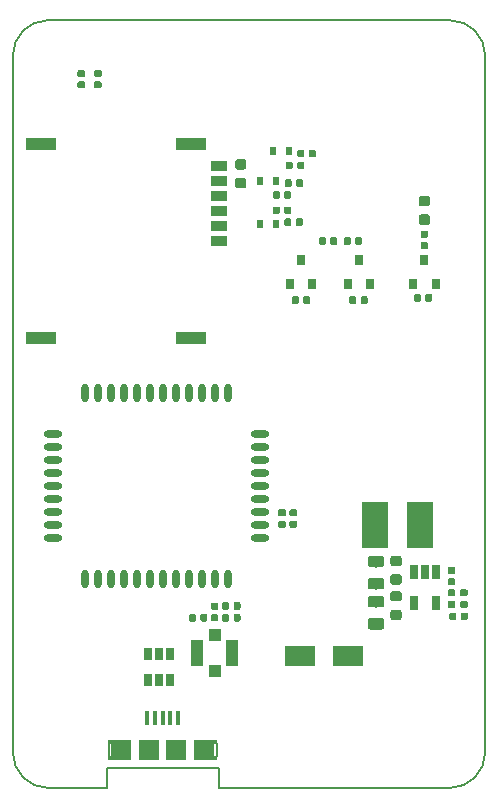
<source format=gtp>
G04 #@! TF.GenerationSoftware,KiCad,Pcbnew,(5.1.0-10-g6006703)*
G04 #@! TF.CreationDate,2019-06-03T13:36:41+08:00*
G04 #@! TF.ProjectId,cicada-2g,63696361-6461-42d3-9267-2e6b69636164,0.1*
G04 #@! TF.SameCoordinates,PX7cee6c0PY3dfd240*
G04 #@! TF.FileFunction,Paste,Top*
G04 #@! TF.FilePolarity,Positive*
%FSLAX46Y46*%
G04 Gerber Fmt 4.6, Leading zero omitted, Abs format (unit mm)*
G04 Created by KiCad (PCBNEW (5.1.0-10-g6006703)) date 2019-06-03 13:36:41*
%MOMM*%
%LPD*%
G04 APERTURE LIST*
%ADD10C,0.150000*%
%ADD11C,0.590000*%
%ADD12R,0.800000X0.900000*%
%ADD13O,1.600000X0.600000*%
%ADD14O,0.600000X1.600000*%
%ADD15R,1.000000X1.000000*%
%ADD16R,1.050000X2.200000*%
%ADD17R,2.500000X1.800000*%
%ADD18R,0.300000X1.250000*%
%ADD19R,0.150000X1.300000*%
%ADD20R,1.750000X1.800000*%
%ADD21C,0.400000*%
%ADD22R,1.700000X1.800000*%
%ADD23R,0.650000X1.220000*%
%ADD24R,0.650000X1.060000*%
%ADD25R,2.600000X1.100000*%
%ADD26R,1.350000X0.900000*%
%ADD27R,2.200000X3.900000*%
%ADD28C,0.875000*%
%ADD29R,0.600000X0.700000*%
%ADD30C,0.975000*%
G04 APERTURE END LIST*
D10*
X-2500000Y-60000000D02*
X17000000Y-60000000D01*
X-2500000Y-58300000D02*
X-2500000Y-60000000D01*
X-12000000Y-58300000D02*
X-2500000Y-58300000D01*
X-12000000Y-60000000D02*
X-12000000Y-58300000D01*
X-17000000Y-60000000D02*
G75*
G02X-20000000Y-57000000I0J3000000D01*
G01*
X20000000Y-57000000D02*
G75*
G02X17000000Y-60000000I-3000000J0D01*
G01*
X17000000Y5000000D02*
G75*
G02X20000000Y2000000I0J-3000000D01*
G01*
X-20000000Y2000000D02*
G75*
G02X-17000000Y5000000I3000000J0D01*
G01*
X-20000000Y-57000000D02*
X-20000000Y2000000D01*
X-12000000Y-60000000D02*
X-17000000Y-60000000D01*
X20000000Y2000000D02*
X20000000Y-57000000D01*
X-17000000Y5000000D02*
X17000000Y5000000D01*
G36*
X3936958Y-36420710D02*
G01*
X3951276Y-36422834D01*
X3965317Y-36426351D01*
X3978946Y-36431228D01*
X3992031Y-36437417D01*
X4004447Y-36444858D01*
X4016073Y-36453481D01*
X4026798Y-36463202D01*
X4036519Y-36473927D01*
X4045142Y-36485553D01*
X4052583Y-36497969D01*
X4058772Y-36511054D01*
X4063649Y-36524683D01*
X4067166Y-36538724D01*
X4069290Y-36553042D01*
X4070000Y-36567500D01*
X4070000Y-36862500D01*
X4069290Y-36876958D01*
X4067166Y-36891276D01*
X4063649Y-36905317D01*
X4058772Y-36918946D01*
X4052583Y-36932031D01*
X4045142Y-36944447D01*
X4036519Y-36956073D01*
X4026798Y-36966798D01*
X4016073Y-36976519D01*
X4004447Y-36985142D01*
X3992031Y-36992583D01*
X3978946Y-36998772D01*
X3965317Y-37003649D01*
X3951276Y-37007166D01*
X3936958Y-37009290D01*
X3922500Y-37010000D01*
X3577500Y-37010000D01*
X3563042Y-37009290D01*
X3548724Y-37007166D01*
X3534683Y-37003649D01*
X3521054Y-36998772D01*
X3507969Y-36992583D01*
X3495553Y-36985142D01*
X3483927Y-36976519D01*
X3473202Y-36966798D01*
X3463481Y-36956073D01*
X3454858Y-36944447D01*
X3447417Y-36932031D01*
X3441228Y-36918946D01*
X3436351Y-36905317D01*
X3432834Y-36891276D01*
X3430710Y-36876958D01*
X3430000Y-36862500D01*
X3430000Y-36567500D01*
X3430710Y-36553042D01*
X3432834Y-36538724D01*
X3436351Y-36524683D01*
X3441228Y-36511054D01*
X3447417Y-36497969D01*
X3454858Y-36485553D01*
X3463481Y-36473927D01*
X3473202Y-36463202D01*
X3483927Y-36453481D01*
X3495553Y-36444858D01*
X3507969Y-36437417D01*
X3521054Y-36431228D01*
X3534683Y-36426351D01*
X3548724Y-36422834D01*
X3563042Y-36420710D01*
X3577500Y-36420000D01*
X3922500Y-36420000D01*
X3936958Y-36420710D01*
X3936958Y-36420710D01*
G37*
D11*
X3750000Y-36715000D03*
D10*
G36*
X3936958Y-37390710D02*
G01*
X3951276Y-37392834D01*
X3965317Y-37396351D01*
X3978946Y-37401228D01*
X3992031Y-37407417D01*
X4004447Y-37414858D01*
X4016073Y-37423481D01*
X4026798Y-37433202D01*
X4036519Y-37443927D01*
X4045142Y-37455553D01*
X4052583Y-37467969D01*
X4058772Y-37481054D01*
X4063649Y-37494683D01*
X4067166Y-37508724D01*
X4069290Y-37523042D01*
X4070000Y-37537500D01*
X4070000Y-37832500D01*
X4069290Y-37846958D01*
X4067166Y-37861276D01*
X4063649Y-37875317D01*
X4058772Y-37888946D01*
X4052583Y-37902031D01*
X4045142Y-37914447D01*
X4036519Y-37926073D01*
X4026798Y-37936798D01*
X4016073Y-37946519D01*
X4004447Y-37955142D01*
X3992031Y-37962583D01*
X3978946Y-37968772D01*
X3965317Y-37973649D01*
X3951276Y-37977166D01*
X3936958Y-37979290D01*
X3922500Y-37980000D01*
X3577500Y-37980000D01*
X3563042Y-37979290D01*
X3548724Y-37977166D01*
X3534683Y-37973649D01*
X3521054Y-37968772D01*
X3507969Y-37962583D01*
X3495553Y-37955142D01*
X3483927Y-37946519D01*
X3473202Y-37936798D01*
X3463481Y-37926073D01*
X3454858Y-37914447D01*
X3447417Y-37902031D01*
X3441228Y-37888946D01*
X3436351Y-37875317D01*
X3432834Y-37861276D01*
X3430710Y-37846958D01*
X3430000Y-37832500D01*
X3430000Y-37537500D01*
X3430710Y-37523042D01*
X3432834Y-37508724D01*
X3436351Y-37494683D01*
X3441228Y-37481054D01*
X3447417Y-37467969D01*
X3454858Y-37455553D01*
X3463481Y-37443927D01*
X3473202Y-37433202D01*
X3483927Y-37423481D01*
X3495553Y-37414858D01*
X3507969Y-37407417D01*
X3521054Y-37401228D01*
X3534683Y-37396351D01*
X3548724Y-37392834D01*
X3563042Y-37390710D01*
X3577500Y-37390000D01*
X3922500Y-37390000D01*
X3936958Y-37390710D01*
X3936958Y-37390710D01*
G37*
D11*
X3750000Y-37685000D03*
D10*
G36*
X2986958Y-36420710D02*
G01*
X3001276Y-36422834D01*
X3015317Y-36426351D01*
X3028946Y-36431228D01*
X3042031Y-36437417D01*
X3054447Y-36444858D01*
X3066073Y-36453481D01*
X3076798Y-36463202D01*
X3086519Y-36473927D01*
X3095142Y-36485553D01*
X3102583Y-36497969D01*
X3108772Y-36511054D01*
X3113649Y-36524683D01*
X3117166Y-36538724D01*
X3119290Y-36553042D01*
X3120000Y-36567500D01*
X3120000Y-36862500D01*
X3119290Y-36876958D01*
X3117166Y-36891276D01*
X3113649Y-36905317D01*
X3108772Y-36918946D01*
X3102583Y-36932031D01*
X3095142Y-36944447D01*
X3086519Y-36956073D01*
X3076798Y-36966798D01*
X3066073Y-36976519D01*
X3054447Y-36985142D01*
X3042031Y-36992583D01*
X3028946Y-36998772D01*
X3015317Y-37003649D01*
X3001276Y-37007166D01*
X2986958Y-37009290D01*
X2972500Y-37010000D01*
X2627500Y-37010000D01*
X2613042Y-37009290D01*
X2598724Y-37007166D01*
X2584683Y-37003649D01*
X2571054Y-36998772D01*
X2557969Y-36992583D01*
X2545553Y-36985142D01*
X2533927Y-36976519D01*
X2523202Y-36966798D01*
X2513481Y-36956073D01*
X2504858Y-36944447D01*
X2497417Y-36932031D01*
X2491228Y-36918946D01*
X2486351Y-36905317D01*
X2482834Y-36891276D01*
X2480710Y-36876958D01*
X2480000Y-36862500D01*
X2480000Y-36567500D01*
X2480710Y-36553042D01*
X2482834Y-36538724D01*
X2486351Y-36524683D01*
X2491228Y-36511054D01*
X2497417Y-36497969D01*
X2504858Y-36485553D01*
X2513481Y-36473927D01*
X2523202Y-36463202D01*
X2533927Y-36453481D01*
X2545553Y-36444858D01*
X2557969Y-36437417D01*
X2571054Y-36431228D01*
X2584683Y-36426351D01*
X2598724Y-36422834D01*
X2613042Y-36420710D01*
X2627500Y-36420000D01*
X2972500Y-36420000D01*
X2986958Y-36420710D01*
X2986958Y-36420710D01*
G37*
D11*
X2800000Y-36715000D03*
D10*
G36*
X2986958Y-37390710D02*
G01*
X3001276Y-37392834D01*
X3015317Y-37396351D01*
X3028946Y-37401228D01*
X3042031Y-37407417D01*
X3054447Y-37414858D01*
X3066073Y-37423481D01*
X3076798Y-37433202D01*
X3086519Y-37443927D01*
X3095142Y-37455553D01*
X3102583Y-37467969D01*
X3108772Y-37481054D01*
X3113649Y-37494683D01*
X3117166Y-37508724D01*
X3119290Y-37523042D01*
X3120000Y-37537500D01*
X3120000Y-37832500D01*
X3119290Y-37846958D01*
X3117166Y-37861276D01*
X3113649Y-37875317D01*
X3108772Y-37888946D01*
X3102583Y-37902031D01*
X3095142Y-37914447D01*
X3086519Y-37926073D01*
X3076798Y-37936798D01*
X3066073Y-37946519D01*
X3054447Y-37955142D01*
X3042031Y-37962583D01*
X3028946Y-37968772D01*
X3015317Y-37973649D01*
X3001276Y-37977166D01*
X2986958Y-37979290D01*
X2972500Y-37980000D01*
X2627500Y-37980000D01*
X2613042Y-37979290D01*
X2598724Y-37977166D01*
X2584683Y-37973649D01*
X2571054Y-37968772D01*
X2557969Y-37962583D01*
X2545553Y-37955142D01*
X2533927Y-37946519D01*
X2523202Y-37936798D01*
X2513481Y-37926073D01*
X2504858Y-37914447D01*
X2497417Y-37902031D01*
X2491228Y-37888946D01*
X2486351Y-37875317D01*
X2482834Y-37861276D01*
X2480710Y-37846958D01*
X2480000Y-37832500D01*
X2480000Y-37537500D01*
X2480710Y-37523042D01*
X2482834Y-37508724D01*
X2486351Y-37494683D01*
X2491228Y-37481054D01*
X2497417Y-37467969D01*
X2504858Y-37455553D01*
X2513481Y-37443927D01*
X2523202Y-37433202D01*
X2533927Y-37423481D01*
X2545553Y-37414858D01*
X2557969Y-37407417D01*
X2571054Y-37401228D01*
X2584683Y-37396351D01*
X2598724Y-37392834D01*
X2613042Y-37390710D01*
X2627500Y-37390000D01*
X2972500Y-37390000D01*
X2986958Y-37390710D01*
X2986958Y-37390710D01*
G37*
D11*
X2800000Y-37685000D03*
D10*
G36*
X-848042Y-45280710D02*
G01*
X-833724Y-45282834D01*
X-819683Y-45286351D01*
X-806054Y-45291228D01*
X-792969Y-45297417D01*
X-780553Y-45304858D01*
X-768927Y-45313481D01*
X-758202Y-45323202D01*
X-748481Y-45333927D01*
X-739858Y-45345553D01*
X-732417Y-45357969D01*
X-726228Y-45371054D01*
X-721351Y-45384683D01*
X-717834Y-45398724D01*
X-715710Y-45413042D01*
X-715000Y-45427500D01*
X-715000Y-45772500D01*
X-715710Y-45786958D01*
X-717834Y-45801276D01*
X-721351Y-45815317D01*
X-726228Y-45828946D01*
X-732417Y-45842031D01*
X-739858Y-45854447D01*
X-748481Y-45866073D01*
X-758202Y-45876798D01*
X-768927Y-45886519D01*
X-780553Y-45895142D01*
X-792969Y-45902583D01*
X-806054Y-45908772D01*
X-819683Y-45913649D01*
X-833724Y-45917166D01*
X-848042Y-45919290D01*
X-862500Y-45920000D01*
X-1157500Y-45920000D01*
X-1171958Y-45919290D01*
X-1186276Y-45917166D01*
X-1200317Y-45913649D01*
X-1213946Y-45908772D01*
X-1227031Y-45902583D01*
X-1239447Y-45895142D01*
X-1251073Y-45886519D01*
X-1261798Y-45876798D01*
X-1271519Y-45866073D01*
X-1280142Y-45854447D01*
X-1287583Y-45842031D01*
X-1293772Y-45828946D01*
X-1298649Y-45815317D01*
X-1302166Y-45801276D01*
X-1304290Y-45786958D01*
X-1305000Y-45772500D01*
X-1305000Y-45427500D01*
X-1304290Y-45413042D01*
X-1302166Y-45398724D01*
X-1298649Y-45384683D01*
X-1293772Y-45371054D01*
X-1287583Y-45357969D01*
X-1280142Y-45345553D01*
X-1271519Y-45333927D01*
X-1261798Y-45323202D01*
X-1251073Y-45313481D01*
X-1239447Y-45304858D01*
X-1227031Y-45297417D01*
X-1213946Y-45291228D01*
X-1200317Y-45286351D01*
X-1186276Y-45282834D01*
X-1171958Y-45280710D01*
X-1157500Y-45280000D01*
X-862500Y-45280000D01*
X-848042Y-45280710D01*
X-848042Y-45280710D01*
G37*
D11*
X-1010000Y-45600000D03*
D10*
G36*
X-1818042Y-45280710D02*
G01*
X-1803724Y-45282834D01*
X-1789683Y-45286351D01*
X-1776054Y-45291228D01*
X-1762969Y-45297417D01*
X-1750553Y-45304858D01*
X-1738927Y-45313481D01*
X-1728202Y-45323202D01*
X-1718481Y-45333927D01*
X-1709858Y-45345553D01*
X-1702417Y-45357969D01*
X-1696228Y-45371054D01*
X-1691351Y-45384683D01*
X-1687834Y-45398724D01*
X-1685710Y-45413042D01*
X-1685000Y-45427500D01*
X-1685000Y-45772500D01*
X-1685710Y-45786958D01*
X-1687834Y-45801276D01*
X-1691351Y-45815317D01*
X-1696228Y-45828946D01*
X-1702417Y-45842031D01*
X-1709858Y-45854447D01*
X-1718481Y-45866073D01*
X-1728202Y-45876798D01*
X-1738927Y-45886519D01*
X-1750553Y-45895142D01*
X-1762969Y-45902583D01*
X-1776054Y-45908772D01*
X-1789683Y-45913649D01*
X-1803724Y-45917166D01*
X-1818042Y-45919290D01*
X-1832500Y-45920000D01*
X-2127500Y-45920000D01*
X-2141958Y-45919290D01*
X-2156276Y-45917166D01*
X-2170317Y-45913649D01*
X-2183946Y-45908772D01*
X-2197031Y-45902583D01*
X-2209447Y-45895142D01*
X-2221073Y-45886519D01*
X-2231798Y-45876798D01*
X-2241519Y-45866073D01*
X-2250142Y-45854447D01*
X-2257583Y-45842031D01*
X-2263772Y-45828946D01*
X-2268649Y-45815317D01*
X-2272166Y-45801276D01*
X-2274290Y-45786958D01*
X-2275000Y-45772500D01*
X-2275000Y-45427500D01*
X-2274290Y-45413042D01*
X-2272166Y-45398724D01*
X-2268649Y-45384683D01*
X-2263772Y-45371054D01*
X-2257583Y-45357969D01*
X-2250142Y-45345553D01*
X-2241519Y-45333927D01*
X-2231798Y-45323202D01*
X-2221073Y-45313481D01*
X-2209447Y-45304858D01*
X-2197031Y-45297417D01*
X-2183946Y-45291228D01*
X-2170317Y-45286351D01*
X-2156276Y-45282834D01*
X-2141958Y-45280710D01*
X-2127500Y-45280000D01*
X-1832500Y-45280000D01*
X-1818042Y-45280710D01*
X-1818042Y-45280710D01*
G37*
D11*
X-1980000Y-45600000D03*
D10*
G36*
X-848042Y-44280710D02*
G01*
X-833724Y-44282834D01*
X-819683Y-44286351D01*
X-806054Y-44291228D01*
X-792969Y-44297417D01*
X-780553Y-44304858D01*
X-768927Y-44313481D01*
X-758202Y-44323202D01*
X-748481Y-44333927D01*
X-739858Y-44345553D01*
X-732417Y-44357969D01*
X-726228Y-44371054D01*
X-721351Y-44384683D01*
X-717834Y-44398724D01*
X-715710Y-44413042D01*
X-715000Y-44427500D01*
X-715000Y-44772500D01*
X-715710Y-44786958D01*
X-717834Y-44801276D01*
X-721351Y-44815317D01*
X-726228Y-44828946D01*
X-732417Y-44842031D01*
X-739858Y-44854447D01*
X-748481Y-44866073D01*
X-758202Y-44876798D01*
X-768927Y-44886519D01*
X-780553Y-44895142D01*
X-792969Y-44902583D01*
X-806054Y-44908772D01*
X-819683Y-44913649D01*
X-833724Y-44917166D01*
X-848042Y-44919290D01*
X-862500Y-44920000D01*
X-1157500Y-44920000D01*
X-1171958Y-44919290D01*
X-1186276Y-44917166D01*
X-1200317Y-44913649D01*
X-1213946Y-44908772D01*
X-1227031Y-44902583D01*
X-1239447Y-44895142D01*
X-1251073Y-44886519D01*
X-1261798Y-44876798D01*
X-1271519Y-44866073D01*
X-1280142Y-44854447D01*
X-1287583Y-44842031D01*
X-1293772Y-44828946D01*
X-1298649Y-44815317D01*
X-1302166Y-44801276D01*
X-1304290Y-44786958D01*
X-1305000Y-44772500D01*
X-1305000Y-44427500D01*
X-1304290Y-44413042D01*
X-1302166Y-44398724D01*
X-1298649Y-44384683D01*
X-1293772Y-44371054D01*
X-1287583Y-44357969D01*
X-1280142Y-44345553D01*
X-1271519Y-44333927D01*
X-1261798Y-44323202D01*
X-1251073Y-44313481D01*
X-1239447Y-44304858D01*
X-1227031Y-44297417D01*
X-1213946Y-44291228D01*
X-1200317Y-44286351D01*
X-1186276Y-44282834D01*
X-1171958Y-44280710D01*
X-1157500Y-44280000D01*
X-862500Y-44280000D01*
X-848042Y-44280710D01*
X-848042Y-44280710D01*
G37*
D11*
X-1010000Y-44600000D03*
D10*
G36*
X-1818042Y-44280710D02*
G01*
X-1803724Y-44282834D01*
X-1789683Y-44286351D01*
X-1776054Y-44291228D01*
X-1762969Y-44297417D01*
X-1750553Y-44304858D01*
X-1738927Y-44313481D01*
X-1728202Y-44323202D01*
X-1718481Y-44333927D01*
X-1709858Y-44345553D01*
X-1702417Y-44357969D01*
X-1696228Y-44371054D01*
X-1691351Y-44384683D01*
X-1687834Y-44398724D01*
X-1685710Y-44413042D01*
X-1685000Y-44427500D01*
X-1685000Y-44772500D01*
X-1685710Y-44786958D01*
X-1687834Y-44801276D01*
X-1691351Y-44815317D01*
X-1696228Y-44828946D01*
X-1702417Y-44842031D01*
X-1709858Y-44854447D01*
X-1718481Y-44866073D01*
X-1728202Y-44876798D01*
X-1738927Y-44886519D01*
X-1750553Y-44895142D01*
X-1762969Y-44902583D01*
X-1776054Y-44908772D01*
X-1789683Y-44913649D01*
X-1803724Y-44917166D01*
X-1818042Y-44919290D01*
X-1832500Y-44920000D01*
X-2127500Y-44920000D01*
X-2141958Y-44919290D01*
X-2156276Y-44917166D01*
X-2170317Y-44913649D01*
X-2183946Y-44908772D01*
X-2197031Y-44902583D01*
X-2209447Y-44895142D01*
X-2221073Y-44886519D01*
X-2231798Y-44876798D01*
X-2241519Y-44866073D01*
X-2250142Y-44854447D01*
X-2257583Y-44842031D01*
X-2263772Y-44828946D01*
X-2268649Y-44815317D01*
X-2272166Y-44801276D01*
X-2274290Y-44786958D01*
X-2275000Y-44772500D01*
X-2275000Y-44427500D01*
X-2274290Y-44413042D01*
X-2272166Y-44398724D01*
X-2268649Y-44384683D01*
X-2263772Y-44371054D01*
X-2257583Y-44357969D01*
X-2250142Y-44345553D01*
X-2241519Y-44333927D01*
X-2231798Y-44323202D01*
X-2221073Y-44313481D01*
X-2209447Y-44304858D01*
X-2197031Y-44297417D01*
X-2183946Y-44291228D01*
X-2170317Y-44286351D01*
X-2156276Y-44282834D01*
X-2141958Y-44280710D01*
X-2127500Y-44280000D01*
X-1832500Y-44280000D01*
X-1818042Y-44280710D01*
X-1818042Y-44280710D01*
G37*
D11*
X-1980000Y-44600000D03*
D10*
G36*
X-2713042Y-44340710D02*
G01*
X-2698724Y-44342834D01*
X-2684683Y-44346351D01*
X-2671054Y-44351228D01*
X-2657969Y-44357417D01*
X-2645553Y-44364858D01*
X-2633927Y-44373481D01*
X-2623202Y-44383202D01*
X-2613481Y-44393927D01*
X-2604858Y-44405553D01*
X-2597417Y-44417969D01*
X-2591228Y-44431054D01*
X-2586351Y-44444683D01*
X-2582834Y-44458724D01*
X-2580710Y-44473042D01*
X-2580000Y-44487500D01*
X-2580000Y-44782500D01*
X-2580710Y-44796958D01*
X-2582834Y-44811276D01*
X-2586351Y-44825317D01*
X-2591228Y-44838946D01*
X-2597417Y-44852031D01*
X-2604858Y-44864447D01*
X-2613481Y-44876073D01*
X-2623202Y-44886798D01*
X-2633927Y-44896519D01*
X-2645553Y-44905142D01*
X-2657969Y-44912583D01*
X-2671054Y-44918772D01*
X-2684683Y-44923649D01*
X-2698724Y-44927166D01*
X-2713042Y-44929290D01*
X-2727500Y-44930000D01*
X-3072500Y-44930000D01*
X-3086958Y-44929290D01*
X-3101276Y-44927166D01*
X-3115317Y-44923649D01*
X-3128946Y-44918772D01*
X-3142031Y-44912583D01*
X-3154447Y-44905142D01*
X-3166073Y-44896519D01*
X-3176798Y-44886798D01*
X-3186519Y-44876073D01*
X-3195142Y-44864447D01*
X-3202583Y-44852031D01*
X-3208772Y-44838946D01*
X-3213649Y-44825317D01*
X-3217166Y-44811276D01*
X-3219290Y-44796958D01*
X-3220000Y-44782500D01*
X-3220000Y-44487500D01*
X-3219290Y-44473042D01*
X-3217166Y-44458724D01*
X-3213649Y-44444683D01*
X-3208772Y-44431054D01*
X-3202583Y-44417969D01*
X-3195142Y-44405553D01*
X-3186519Y-44393927D01*
X-3176798Y-44383202D01*
X-3166073Y-44373481D01*
X-3154447Y-44364858D01*
X-3142031Y-44357417D01*
X-3128946Y-44351228D01*
X-3115317Y-44346351D01*
X-3101276Y-44342834D01*
X-3086958Y-44340710D01*
X-3072500Y-44340000D01*
X-2727500Y-44340000D01*
X-2713042Y-44340710D01*
X-2713042Y-44340710D01*
G37*
D11*
X-2900000Y-44635000D03*
D10*
G36*
X-2713042Y-45310710D02*
G01*
X-2698724Y-45312834D01*
X-2684683Y-45316351D01*
X-2671054Y-45321228D01*
X-2657969Y-45327417D01*
X-2645553Y-45334858D01*
X-2633927Y-45343481D01*
X-2623202Y-45353202D01*
X-2613481Y-45363927D01*
X-2604858Y-45375553D01*
X-2597417Y-45387969D01*
X-2591228Y-45401054D01*
X-2586351Y-45414683D01*
X-2582834Y-45428724D01*
X-2580710Y-45443042D01*
X-2580000Y-45457500D01*
X-2580000Y-45752500D01*
X-2580710Y-45766958D01*
X-2582834Y-45781276D01*
X-2586351Y-45795317D01*
X-2591228Y-45808946D01*
X-2597417Y-45822031D01*
X-2604858Y-45834447D01*
X-2613481Y-45846073D01*
X-2623202Y-45856798D01*
X-2633927Y-45866519D01*
X-2645553Y-45875142D01*
X-2657969Y-45882583D01*
X-2671054Y-45888772D01*
X-2684683Y-45893649D01*
X-2698724Y-45897166D01*
X-2713042Y-45899290D01*
X-2727500Y-45900000D01*
X-3072500Y-45900000D01*
X-3086958Y-45899290D01*
X-3101276Y-45897166D01*
X-3115317Y-45893649D01*
X-3128946Y-45888772D01*
X-3142031Y-45882583D01*
X-3154447Y-45875142D01*
X-3166073Y-45866519D01*
X-3176798Y-45856798D01*
X-3186519Y-45846073D01*
X-3195142Y-45834447D01*
X-3202583Y-45822031D01*
X-3208772Y-45808946D01*
X-3213649Y-45795317D01*
X-3217166Y-45781276D01*
X-3219290Y-45766958D01*
X-3220000Y-45752500D01*
X-3220000Y-45457500D01*
X-3219290Y-45443042D01*
X-3217166Y-45428724D01*
X-3213649Y-45414683D01*
X-3208772Y-45401054D01*
X-3202583Y-45387969D01*
X-3195142Y-45375553D01*
X-3186519Y-45363927D01*
X-3176798Y-45353202D01*
X-3166073Y-45343481D01*
X-3154447Y-45334858D01*
X-3142031Y-45327417D01*
X-3128946Y-45321228D01*
X-3115317Y-45316351D01*
X-3101276Y-45312834D01*
X-3086958Y-45310710D01*
X-3072500Y-45310000D01*
X-2727500Y-45310000D01*
X-2713042Y-45310710D01*
X-2713042Y-45310710D01*
G37*
D11*
X-2900000Y-45605000D03*
D10*
G36*
X9446958Y-13380710D02*
G01*
X9461276Y-13382834D01*
X9475317Y-13386351D01*
X9488946Y-13391228D01*
X9502031Y-13397417D01*
X9514447Y-13404858D01*
X9526073Y-13413481D01*
X9536798Y-13423202D01*
X9546519Y-13433927D01*
X9555142Y-13445553D01*
X9562583Y-13457969D01*
X9568772Y-13471054D01*
X9573649Y-13484683D01*
X9577166Y-13498724D01*
X9579290Y-13513042D01*
X9580000Y-13527500D01*
X9580000Y-13872500D01*
X9579290Y-13886958D01*
X9577166Y-13901276D01*
X9573649Y-13915317D01*
X9568772Y-13928946D01*
X9562583Y-13942031D01*
X9555142Y-13954447D01*
X9546519Y-13966073D01*
X9536798Y-13976798D01*
X9526073Y-13986519D01*
X9514447Y-13995142D01*
X9502031Y-14002583D01*
X9488946Y-14008772D01*
X9475317Y-14013649D01*
X9461276Y-14017166D01*
X9446958Y-14019290D01*
X9432500Y-14020000D01*
X9137500Y-14020000D01*
X9123042Y-14019290D01*
X9108724Y-14017166D01*
X9094683Y-14013649D01*
X9081054Y-14008772D01*
X9067969Y-14002583D01*
X9055553Y-13995142D01*
X9043927Y-13986519D01*
X9033202Y-13976798D01*
X9023481Y-13966073D01*
X9014858Y-13954447D01*
X9007417Y-13942031D01*
X9001228Y-13928946D01*
X8996351Y-13915317D01*
X8992834Y-13901276D01*
X8990710Y-13886958D01*
X8990000Y-13872500D01*
X8990000Y-13527500D01*
X8990710Y-13513042D01*
X8992834Y-13498724D01*
X8996351Y-13484683D01*
X9001228Y-13471054D01*
X9007417Y-13457969D01*
X9014858Y-13445553D01*
X9023481Y-13433927D01*
X9033202Y-13423202D01*
X9043927Y-13413481D01*
X9055553Y-13404858D01*
X9067969Y-13397417D01*
X9081054Y-13391228D01*
X9094683Y-13386351D01*
X9108724Y-13382834D01*
X9123042Y-13380710D01*
X9137500Y-13380000D01*
X9432500Y-13380000D01*
X9446958Y-13380710D01*
X9446958Y-13380710D01*
G37*
D11*
X9285000Y-13700000D03*
D10*
G36*
X8476958Y-13380710D02*
G01*
X8491276Y-13382834D01*
X8505317Y-13386351D01*
X8518946Y-13391228D01*
X8532031Y-13397417D01*
X8544447Y-13404858D01*
X8556073Y-13413481D01*
X8566798Y-13423202D01*
X8576519Y-13433927D01*
X8585142Y-13445553D01*
X8592583Y-13457969D01*
X8598772Y-13471054D01*
X8603649Y-13484683D01*
X8607166Y-13498724D01*
X8609290Y-13513042D01*
X8610000Y-13527500D01*
X8610000Y-13872500D01*
X8609290Y-13886958D01*
X8607166Y-13901276D01*
X8603649Y-13915317D01*
X8598772Y-13928946D01*
X8592583Y-13942031D01*
X8585142Y-13954447D01*
X8576519Y-13966073D01*
X8566798Y-13976798D01*
X8556073Y-13986519D01*
X8544447Y-13995142D01*
X8532031Y-14002583D01*
X8518946Y-14008772D01*
X8505317Y-14013649D01*
X8491276Y-14017166D01*
X8476958Y-14019290D01*
X8462500Y-14020000D01*
X8167500Y-14020000D01*
X8153042Y-14019290D01*
X8138724Y-14017166D01*
X8124683Y-14013649D01*
X8111054Y-14008772D01*
X8097969Y-14002583D01*
X8085553Y-13995142D01*
X8073927Y-13986519D01*
X8063202Y-13976798D01*
X8053481Y-13966073D01*
X8044858Y-13954447D01*
X8037417Y-13942031D01*
X8031228Y-13928946D01*
X8026351Y-13915317D01*
X8022834Y-13901276D01*
X8020710Y-13886958D01*
X8020000Y-13872500D01*
X8020000Y-13527500D01*
X8020710Y-13513042D01*
X8022834Y-13498724D01*
X8026351Y-13484683D01*
X8031228Y-13471054D01*
X8037417Y-13457969D01*
X8044858Y-13445553D01*
X8053481Y-13433927D01*
X8063202Y-13423202D01*
X8073927Y-13413481D01*
X8085553Y-13404858D01*
X8097969Y-13397417D01*
X8111054Y-13391228D01*
X8124683Y-13386351D01*
X8138724Y-13382834D01*
X8153042Y-13380710D01*
X8167500Y-13380000D01*
X8462500Y-13380000D01*
X8476958Y-13380710D01*
X8476958Y-13380710D01*
G37*
D11*
X8315000Y-13700000D03*
D10*
G36*
X9913506Y-18380710D02*
G01*
X9927824Y-18382834D01*
X9941865Y-18386351D01*
X9955494Y-18391228D01*
X9968579Y-18397417D01*
X9980995Y-18404858D01*
X9992621Y-18413481D01*
X10003346Y-18423202D01*
X10013067Y-18433927D01*
X10021690Y-18445553D01*
X10029131Y-18457969D01*
X10035320Y-18471054D01*
X10040197Y-18484683D01*
X10043714Y-18498724D01*
X10045838Y-18513042D01*
X10046548Y-18527500D01*
X10046548Y-18872500D01*
X10045838Y-18886958D01*
X10043714Y-18901276D01*
X10040197Y-18915317D01*
X10035320Y-18928946D01*
X10029131Y-18942031D01*
X10021690Y-18954447D01*
X10013067Y-18966073D01*
X10003346Y-18976798D01*
X9992621Y-18986519D01*
X9980995Y-18995142D01*
X9968579Y-19002583D01*
X9955494Y-19008772D01*
X9941865Y-19013649D01*
X9927824Y-19017166D01*
X9913506Y-19019290D01*
X9899048Y-19020000D01*
X9604048Y-19020000D01*
X9589590Y-19019290D01*
X9575272Y-19017166D01*
X9561231Y-19013649D01*
X9547602Y-19008772D01*
X9534517Y-19002583D01*
X9522101Y-18995142D01*
X9510475Y-18986519D01*
X9499750Y-18976798D01*
X9490029Y-18966073D01*
X9481406Y-18954447D01*
X9473965Y-18942031D01*
X9467776Y-18928946D01*
X9462899Y-18915317D01*
X9459382Y-18901276D01*
X9457258Y-18886958D01*
X9456548Y-18872500D01*
X9456548Y-18527500D01*
X9457258Y-18513042D01*
X9459382Y-18498724D01*
X9462899Y-18484683D01*
X9467776Y-18471054D01*
X9473965Y-18457969D01*
X9481406Y-18445553D01*
X9490029Y-18433927D01*
X9499750Y-18423202D01*
X9510475Y-18413481D01*
X9522101Y-18404858D01*
X9534517Y-18397417D01*
X9547602Y-18391228D01*
X9561231Y-18386351D01*
X9575272Y-18382834D01*
X9589590Y-18380710D01*
X9604048Y-18380000D01*
X9899048Y-18380000D01*
X9913506Y-18380710D01*
X9913506Y-18380710D01*
G37*
D11*
X9751548Y-18700000D03*
D10*
G36*
X8943506Y-18380710D02*
G01*
X8957824Y-18382834D01*
X8971865Y-18386351D01*
X8985494Y-18391228D01*
X8998579Y-18397417D01*
X9010995Y-18404858D01*
X9022621Y-18413481D01*
X9033346Y-18423202D01*
X9043067Y-18433927D01*
X9051690Y-18445553D01*
X9059131Y-18457969D01*
X9065320Y-18471054D01*
X9070197Y-18484683D01*
X9073714Y-18498724D01*
X9075838Y-18513042D01*
X9076548Y-18527500D01*
X9076548Y-18872500D01*
X9075838Y-18886958D01*
X9073714Y-18901276D01*
X9070197Y-18915317D01*
X9065320Y-18928946D01*
X9059131Y-18942031D01*
X9051690Y-18954447D01*
X9043067Y-18966073D01*
X9033346Y-18976798D01*
X9022621Y-18986519D01*
X9010995Y-18995142D01*
X8998579Y-19002583D01*
X8985494Y-19008772D01*
X8971865Y-19013649D01*
X8957824Y-19017166D01*
X8943506Y-19019290D01*
X8929048Y-19020000D01*
X8634048Y-19020000D01*
X8619590Y-19019290D01*
X8605272Y-19017166D01*
X8591231Y-19013649D01*
X8577602Y-19008772D01*
X8564517Y-19002583D01*
X8552101Y-18995142D01*
X8540475Y-18986519D01*
X8529750Y-18976798D01*
X8520029Y-18966073D01*
X8511406Y-18954447D01*
X8503965Y-18942031D01*
X8497776Y-18928946D01*
X8492899Y-18915317D01*
X8489382Y-18901276D01*
X8487258Y-18886958D01*
X8486548Y-18872500D01*
X8486548Y-18527500D01*
X8487258Y-18513042D01*
X8489382Y-18498724D01*
X8492899Y-18484683D01*
X8497776Y-18471054D01*
X8503965Y-18457969D01*
X8511406Y-18445553D01*
X8520029Y-18433927D01*
X8529750Y-18423202D01*
X8540475Y-18413481D01*
X8552101Y-18404858D01*
X8564517Y-18397417D01*
X8577602Y-18391228D01*
X8591231Y-18386351D01*
X8605272Y-18382834D01*
X8619590Y-18380710D01*
X8634048Y-18380000D01*
X8929048Y-18380000D01*
X8943506Y-18380710D01*
X8943506Y-18380710D01*
G37*
D11*
X8781548Y-18700000D03*
D10*
G36*
X6376958Y-13380710D02*
G01*
X6391276Y-13382834D01*
X6405317Y-13386351D01*
X6418946Y-13391228D01*
X6432031Y-13397417D01*
X6444447Y-13404858D01*
X6456073Y-13413481D01*
X6466798Y-13423202D01*
X6476519Y-13433927D01*
X6485142Y-13445553D01*
X6492583Y-13457969D01*
X6498772Y-13471054D01*
X6503649Y-13484683D01*
X6507166Y-13498724D01*
X6509290Y-13513042D01*
X6510000Y-13527500D01*
X6510000Y-13872500D01*
X6509290Y-13886958D01*
X6507166Y-13901276D01*
X6503649Y-13915317D01*
X6498772Y-13928946D01*
X6492583Y-13942031D01*
X6485142Y-13954447D01*
X6476519Y-13966073D01*
X6466798Y-13976798D01*
X6456073Y-13986519D01*
X6444447Y-13995142D01*
X6432031Y-14002583D01*
X6418946Y-14008772D01*
X6405317Y-14013649D01*
X6391276Y-14017166D01*
X6376958Y-14019290D01*
X6362500Y-14020000D01*
X6067500Y-14020000D01*
X6053042Y-14019290D01*
X6038724Y-14017166D01*
X6024683Y-14013649D01*
X6011054Y-14008772D01*
X5997969Y-14002583D01*
X5985553Y-13995142D01*
X5973927Y-13986519D01*
X5963202Y-13976798D01*
X5953481Y-13966073D01*
X5944858Y-13954447D01*
X5937417Y-13942031D01*
X5931228Y-13928946D01*
X5926351Y-13915317D01*
X5922834Y-13901276D01*
X5920710Y-13886958D01*
X5920000Y-13872500D01*
X5920000Y-13527500D01*
X5920710Y-13513042D01*
X5922834Y-13498724D01*
X5926351Y-13484683D01*
X5931228Y-13471054D01*
X5937417Y-13457969D01*
X5944858Y-13445553D01*
X5953481Y-13433927D01*
X5963202Y-13423202D01*
X5973927Y-13413481D01*
X5985553Y-13404858D01*
X5997969Y-13397417D01*
X6011054Y-13391228D01*
X6024683Y-13386351D01*
X6038724Y-13382834D01*
X6053042Y-13380710D01*
X6067500Y-13380000D01*
X6362500Y-13380000D01*
X6376958Y-13380710D01*
X6376958Y-13380710D01*
G37*
D11*
X6215000Y-13700000D03*
D10*
G36*
X7346958Y-13380710D02*
G01*
X7361276Y-13382834D01*
X7375317Y-13386351D01*
X7388946Y-13391228D01*
X7402031Y-13397417D01*
X7414447Y-13404858D01*
X7426073Y-13413481D01*
X7436798Y-13423202D01*
X7446519Y-13433927D01*
X7455142Y-13445553D01*
X7462583Y-13457969D01*
X7468772Y-13471054D01*
X7473649Y-13484683D01*
X7477166Y-13498724D01*
X7479290Y-13513042D01*
X7480000Y-13527500D01*
X7480000Y-13872500D01*
X7479290Y-13886958D01*
X7477166Y-13901276D01*
X7473649Y-13915317D01*
X7468772Y-13928946D01*
X7462583Y-13942031D01*
X7455142Y-13954447D01*
X7446519Y-13966073D01*
X7436798Y-13976798D01*
X7426073Y-13986519D01*
X7414447Y-13995142D01*
X7402031Y-14002583D01*
X7388946Y-14008772D01*
X7375317Y-14013649D01*
X7361276Y-14017166D01*
X7346958Y-14019290D01*
X7332500Y-14020000D01*
X7037500Y-14020000D01*
X7023042Y-14019290D01*
X7008724Y-14017166D01*
X6994683Y-14013649D01*
X6981054Y-14008772D01*
X6967969Y-14002583D01*
X6955553Y-13995142D01*
X6943927Y-13986519D01*
X6933202Y-13976798D01*
X6923481Y-13966073D01*
X6914858Y-13954447D01*
X6907417Y-13942031D01*
X6901228Y-13928946D01*
X6896351Y-13915317D01*
X6892834Y-13901276D01*
X6890710Y-13886958D01*
X6890000Y-13872500D01*
X6890000Y-13527500D01*
X6890710Y-13513042D01*
X6892834Y-13498724D01*
X6896351Y-13484683D01*
X6901228Y-13471054D01*
X6907417Y-13457969D01*
X6914858Y-13445553D01*
X6923481Y-13433927D01*
X6933202Y-13423202D01*
X6943927Y-13413481D01*
X6955553Y-13404858D01*
X6967969Y-13397417D01*
X6981054Y-13391228D01*
X6994683Y-13386351D01*
X7008724Y-13382834D01*
X7023042Y-13380710D01*
X7037500Y-13380000D01*
X7332500Y-13380000D01*
X7346958Y-13380710D01*
X7346958Y-13380710D01*
G37*
D11*
X7185000Y-13700000D03*
D10*
G36*
X4076958Y-18380710D02*
G01*
X4091276Y-18382834D01*
X4105317Y-18386351D01*
X4118946Y-18391228D01*
X4132031Y-18397417D01*
X4144447Y-18404858D01*
X4156073Y-18413481D01*
X4166798Y-18423202D01*
X4176519Y-18433927D01*
X4185142Y-18445553D01*
X4192583Y-18457969D01*
X4198772Y-18471054D01*
X4203649Y-18484683D01*
X4207166Y-18498724D01*
X4209290Y-18513042D01*
X4210000Y-18527500D01*
X4210000Y-18872500D01*
X4209290Y-18886958D01*
X4207166Y-18901276D01*
X4203649Y-18915317D01*
X4198772Y-18928946D01*
X4192583Y-18942031D01*
X4185142Y-18954447D01*
X4176519Y-18966073D01*
X4166798Y-18976798D01*
X4156073Y-18986519D01*
X4144447Y-18995142D01*
X4132031Y-19002583D01*
X4118946Y-19008772D01*
X4105317Y-19013649D01*
X4091276Y-19017166D01*
X4076958Y-19019290D01*
X4062500Y-19020000D01*
X3767500Y-19020000D01*
X3753042Y-19019290D01*
X3738724Y-19017166D01*
X3724683Y-19013649D01*
X3711054Y-19008772D01*
X3697969Y-19002583D01*
X3685553Y-18995142D01*
X3673927Y-18986519D01*
X3663202Y-18976798D01*
X3653481Y-18966073D01*
X3644858Y-18954447D01*
X3637417Y-18942031D01*
X3631228Y-18928946D01*
X3626351Y-18915317D01*
X3622834Y-18901276D01*
X3620710Y-18886958D01*
X3620000Y-18872500D01*
X3620000Y-18527500D01*
X3620710Y-18513042D01*
X3622834Y-18498724D01*
X3626351Y-18484683D01*
X3631228Y-18471054D01*
X3637417Y-18457969D01*
X3644858Y-18445553D01*
X3653481Y-18433927D01*
X3663202Y-18423202D01*
X3673927Y-18413481D01*
X3685553Y-18404858D01*
X3697969Y-18397417D01*
X3711054Y-18391228D01*
X3724683Y-18386351D01*
X3738724Y-18382834D01*
X3753042Y-18380710D01*
X3767500Y-18380000D01*
X4062500Y-18380000D01*
X4076958Y-18380710D01*
X4076958Y-18380710D01*
G37*
D11*
X3915000Y-18700000D03*
D10*
G36*
X5046958Y-18380710D02*
G01*
X5061276Y-18382834D01*
X5075317Y-18386351D01*
X5088946Y-18391228D01*
X5102031Y-18397417D01*
X5114447Y-18404858D01*
X5126073Y-18413481D01*
X5136798Y-18423202D01*
X5146519Y-18433927D01*
X5155142Y-18445553D01*
X5162583Y-18457969D01*
X5168772Y-18471054D01*
X5173649Y-18484683D01*
X5177166Y-18498724D01*
X5179290Y-18513042D01*
X5180000Y-18527500D01*
X5180000Y-18872500D01*
X5179290Y-18886958D01*
X5177166Y-18901276D01*
X5173649Y-18915317D01*
X5168772Y-18928946D01*
X5162583Y-18942031D01*
X5155142Y-18954447D01*
X5146519Y-18966073D01*
X5136798Y-18976798D01*
X5126073Y-18986519D01*
X5114447Y-18995142D01*
X5102031Y-19002583D01*
X5088946Y-19008772D01*
X5075317Y-19013649D01*
X5061276Y-19017166D01*
X5046958Y-19019290D01*
X5032500Y-19020000D01*
X4737500Y-19020000D01*
X4723042Y-19019290D01*
X4708724Y-19017166D01*
X4694683Y-19013649D01*
X4681054Y-19008772D01*
X4667969Y-19002583D01*
X4655553Y-18995142D01*
X4643927Y-18986519D01*
X4633202Y-18976798D01*
X4623481Y-18966073D01*
X4614858Y-18954447D01*
X4607417Y-18942031D01*
X4601228Y-18928946D01*
X4596351Y-18915317D01*
X4592834Y-18901276D01*
X4590710Y-18886958D01*
X4590000Y-18872500D01*
X4590000Y-18527500D01*
X4590710Y-18513042D01*
X4592834Y-18498724D01*
X4596351Y-18484683D01*
X4601228Y-18471054D01*
X4607417Y-18457969D01*
X4614858Y-18445553D01*
X4623481Y-18433927D01*
X4633202Y-18423202D01*
X4643927Y-18413481D01*
X4655553Y-18404858D01*
X4667969Y-18397417D01*
X4681054Y-18391228D01*
X4694683Y-18386351D01*
X4708724Y-18382834D01*
X4723042Y-18380710D01*
X4737500Y-18380000D01*
X5032500Y-18380000D01*
X5046958Y-18380710D01*
X5046958Y-18380710D01*
G37*
D11*
X4885000Y-18700000D03*
D12*
X4400000Y-15300000D03*
X5350000Y-17300000D03*
X3450000Y-17300000D03*
X9300000Y-15300000D03*
X10250000Y-17300000D03*
X8350000Y-17300000D03*
D13*
X975000Y-30025000D03*
X975000Y-31125000D03*
X975000Y-32225000D03*
X975000Y-33325000D03*
X975000Y-34425000D03*
X975000Y-35525000D03*
X975000Y-36625000D03*
X975000Y-37725000D03*
X975000Y-38825000D03*
D14*
X-1775000Y-42275000D03*
X-2875000Y-42275000D03*
X-3975000Y-42275000D03*
X-5075000Y-42275000D03*
X-6175000Y-42275000D03*
X-7275000Y-42275000D03*
X-8375000Y-42275000D03*
X-9475000Y-42275000D03*
X-10575000Y-42275000D03*
X-11675000Y-42275000D03*
X-12775000Y-42275000D03*
X-13875000Y-42275000D03*
D13*
X-16625000Y-38825000D03*
X-16625000Y-37725000D03*
X-16625000Y-36625000D03*
X-16625000Y-35525000D03*
X-16625000Y-34425000D03*
X-16625000Y-33325000D03*
X-16625000Y-32225000D03*
X-16625000Y-31125000D03*
X-16625000Y-30025000D03*
D14*
X-13875000Y-26575000D03*
X-12775000Y-26575000D03*
X-11675000Y-26575000D03*
X-10575000Y-26575000D03*
X-9475000Y-26575000D03*
X-8375000Y-26575000D03*
X-7275000Y-26575000D03*
X-6175000Y-26575000D03*
X-5075000Y-26575000D03*
X-3975000Y-26575000D03*
X-2875000Y-26575000D03*
X-1775000Y-26575000D03*
D15*
X-2900000Y-47070000D03*
X-2900000Y-50070000D03*
D16*
X-4375000Y-48570000D03*
X-1425000Y-48570000D03*
D17*
X4350000Y-48800000D03*
X8350000Y-48800000D03*
D18*
X-6000000Y-54125000D03*
X-6650000Y-54125000D03*
X-7300000Y-54125000D03*
X-7950000Y-54125000D03*
X-8600000Y-54125000D03*
D19*
X-2725000Y-56800000D03*
X-11875000Y-56800000D03*
D20*
X-3775000Y-56800000D03*
X-10825000Y-56800000D03*
D21*
X-2850000Y-57500000D03*
X-2850000Y-56100000D03*
X-11750000Y-57500000D03*
X-11750000Y-56100000D03*
D22*
X-6150000Y-56800000D03*
X-8450000Y-56800000D03*
D10*
G36*
X17336958Y-44165710D02*
G01*
X17351276Y-44167834D01*
X17365317Y-44171351D01*
X17378946Y-44176228D01*
X17392031Y-44182417D01*
X17404447Y-44189858D01*
X17416073Y-44198481D01*
X17426798Y-44208202D01*
X17436519Y-44218927D01*
X17445142Y-44230553D01*
X17452583Y-44242969D01*
X17458772Y-44256054D01*
X17463649Y-44269683D01*
X17467166Y-44283724D01*
X17469290Y-44298042D01*
X17470000Y-44312500D01*
X17470000Y-44607500D01*
X17469290Y-44621958D01*
X17467166Y-44636276D01*
X17463649Y-44650317D01*
X17458772Y-44663946D01*
X17452583Y-44677031D01*
X17445142Y-44689447D01*
X17436519Y-44701073D01*
X17426798Y-44711798D01*
X17416073Y-44721519D01*
X17404447Y-44730142D01*
X17392031Y-44737583D01*
X17378946Y-44743772D01*
X17365317Y-44748649D01*
X17351276Y-44752166D01*
X17336958Y-44754290D01*
X17322500Y-44755000D01*
X16977500Y-44755000D01*
X16963042Y-44754290D01*
X16948724Y-44752166D01*
X16934683Y-44748649D01*
X16921054Y-44743772D01*
X16907969Y-44737583D01*
X16895553Y-44730142D01*
X16883927Y-44721519D01*
X16873202Y-44711798D01*
X16863481Y-44701073D01*
X16854858Y-44689447D01*
X16847417Y-44677031D01*
X16841228Y-44663946D01*
X16836351Y-44650317D01*
X16832834Y-44636276D01*
X16830710Y-44621958D01*
X16830000Y-44607500D01*
X16830000Y-44312500D01*
X16830710Y-44298042D01*
X16832834Y-44283724D01*
X16836351Y-44269683D01*
X16841228Y-44256054D01*
X16847417Y-44242969D01*
X16854858Y-44230553D01*
X16863481Y-44218927D01*
X16873202Y-44208202D01*
X16883927Y-44198481D01*
X16895553Y-44189858D01*
X16907969Y-44182417D01*
X16921054Y-44176228D01*
X16934683Y-44171351D01*
X16948724Y-44167834D01*
X16963042Y-44165710D01*
X16977500Y-44165000D01*
X17322500Y-44165000D01*
X17336958Y-44165710D01*
X17336958Y-44165710D01*
G37*
D11*
X17150000Y-44460000D03*
D10*
G36*
X17336958Y-43195710D02*
G01*
X17351276Y-43197834D01*
X17365317Y-43201351D01*
X17378946Y-43206228D01*
X17392031Y-43212417D01*
X17404447Y-43219858D01*
X17416073Y-43228481D01*
X17426798Y-43238202D01*
X17436519Y-43248927D01*
X17445142Y-43260553D01*
X17452583Y-43272969D01*
X17458772Y-43286054D01*
X17463649Y-43299683D01*
X17467166Y-43313724D01*
X17469290Y-43328042D01*
X17470000Y-43342500D01*
X17470000Y-43637500D01*
X17469290Y-43651958D01*
X17467166Y-43666276D01*
X17463649Y-43680317D01*
X17458772Y-43693946D01*
X17452583Y-43707031D01*
X17445142Y-43719447D01*
X17436519Y-43731073D01*
X17426798Y-43741798D01*
X17416073Y-43751519D01*
X17404447Y-43760142D01*
X17392031Y-43767583D01*
X17378946Y-43773772D01*
X17365317Y-43778649D01*
X17351276Y-43782166D01*
X17336958Y-43784290D01*
X17322500Y-43785000D01*
X16977500Y-43785000D01*
X16963042Y-43784290D01*
X16948724Y-43782166D01*
X16934683Y-43778649D01*
X16921054Y-43773772D01*
X16907969Y-43767583D01*
X16895553Y-43760142D01*
X16883927Y-43751519D01*
X16873202Y-43741798D01*
X16863481Y-43731073D01*
X16854858Y-43719447D01*
X16847417Y-43707031D01*
X16841228Y-43693946D01*
X16836351Y-43680317D01*
X16832834Y-43666276D01*
X16830710Y-43651958D01*
X16830000Y-43637500D01*
X16830000Y-43342500D01*
X16830710Y-43328042D01*
X16832834Y-43313724D01*
X16836351Y-43299683D01*
X16841228Y-43286054D01*
X16847417Y-43272969D01*
X16854858Y-43260553D01*
X16863481Y-43248927D01*
X16873202Y-43238202D01*
X16883927Y-43228481D01*
X16895553Y-43219858D01*
X16907969Y-43212417D01*
X16921054Y-43206228D01*
X16934683Y-43201351D01*
X16948724Y-43197834D01*
X16963042Y-43195710D01*
X16977500Y-43195000D01*
X17322500Y-43195000D01*
X17336958Y-43195710D01*
X17336958Y-43195710D01*
G37*
D11*
X17150000Y-43490000D03*
D10*
G36*
X17336958Y-42265710D02*
G01*
X17351276Y-42267834D01*
X17365317Y-42271351D01*
X17378946Y-42276228D01*
X17392031Y-42282417D01*
X17404447Y-42289858D01*
X17416073Y-42298481D01*
X17426798Y-42308202D01*
X17436519Y-42318927D01*
X17445142Y-42330553D01*
X17452583Y-42342969D01*
X17458772Y-42356054D01*
X17463649Y-42369683D01*
X17467166Y-42383724D01*
X17469290Y-42398042D01*
X17470000Y-42412500D01*
X17470000Y-42707500D01*
X17469290Y-42721958D01*
X17467166Y-42736276D01*
X17463649Y-42750317D01*
X17458772Y-42763946D01*
X17452583Y-42777031D01*
X17445142Y-42789447D01*
X17436519Y-42801073D01*
X17426798Y-42811798D01*
X17416073Y-42821519D01*
X17404447Y-42830142D01*
X17392031Y-42837583D01*
X17378946Y-42843772D01*
X17365317Y-42848649D01*
X17351276Y-42852166D01*
X17336958Y-42854290D01*
X17322500Y-42855000D01*
X16977500Y-42855000D01*
X16963042Y-42854290D01*
X16948724Y-42852166D01*
X16934683Y-42848649D01*
X16921054Y-42843772D01*
X16907969Y-42837583D01*
X16895553Y-42830142D01*
X16883927Y-42821519D01*
X16873202Y-42811798D01*
X16863481Y-42801073D01*
X16854858Y-42789447D01*
X16847417Y-42777031D01*
X16841228Y-42763946D01*
X16836351Y-42750317D01*
X16832834Y-42736276D01*
X16830710Y-42721958D01*
X16830000Y-42707500D01*
X16830000Y-42412500D01*
X16830710Y-42398042D01*
X16832834Y-42383724D01*
X16836351Y-42369683D01*
X16841228Y-42356054D01*
X16847417Y-42342969D01*
X16854858Y-42330553D01*
X16863481Y-42318927D01*
X16873202Y-42308202D01*
X16883927Y-42298481D01*
X16895553Y-42289858D01*
X16907969Y-42282417D01*
X16921054Y-42276228D01*
X16934683Y-42271351D01*
X16948724Y-42267834D01*
X16963042Y-42265710D01*
X16977500Y-42265000D01*
X17322500Y-42265000D01*
X17336958Y-42265710D01*
X17336958Y-42265710D01*
G37*
D11*
X17150000Y-42560000D03*
D10*
G36*
X17336958Y-41295710D02*
G01*
X17351276Y-41297834D01*
X17365317Y-41301351D01*
X17378946Y-41306228D01*
X17392031Y-41312417D01*
X17404447Y-41319858D01*
X17416073Y-41328481D01*
X17426798Y-41338202D01*
X17436519Y-41348927D01*
X17445142Y-41360553D01*
X17452583Y-41372969D01*
X17458772Y-41386054D01*
X17463649Y-41399683D01*
X17467166Y-41413724D01*
X17469290Y-41428042D01*
X17470000Y-41442500D01*
X17470000Y-41737500D01*
X17469290Y-41751958D01*
X17467166Y-41766276D01*
X17463649Y-41780317D01*
X17458772Y-41793946D01*
X17452583Y-41807031D01*
X17445142Y-41819447D01*
X17436519Y-41831073D01*
X17426798Y-41841798D01*
X17416073Y-41851519D01*
X17404447Y-41860142D01*
X17392031Y-41867583D01*
X17378946Y-41873772D01*
X17365317Y-41878649D01*
X17351276Y-41882166D01*
X17336958Y-41884290D01*
X17322500Y-41885000D01*
X16977500Y-41885000D01*
X16963042Y-41884290D01*
X16948724Y-41882166D01*
X16934683Y-41878649D01*
X16921054Y-41873772D01*
X16907969Y-41867583D01*
X16895553Y-41860142D01*
X16883927Y-41851519D01*
X16873202Y-41841798D01*
X16863481Y-41831073D01*
X16854858Y-41819447D01*
X16847417Y-41807031D01*
X16841228Y-41793946D01*
X16836351Y-41780317D01*
X16832834Y-41766276D01*
X16830710Y-41751958D01*
X16830000Y-41737500D01*
X16830000Y-41442500D01*
X16830710Y-41428042D01*
X16832834Y-41413724D01*
X16836351Y-41399683D01*
X16841228Y-41386054D01*
X16847417Y-41372969D01*
X16854858Y-41360553D01*
X16863481Y-41348927D01*
X16873202Y-41338202D01*
X16883927Y-41328481D01*
X16895553Y-41319858D01*
X16907969Y-41312417D01*
X16921054Y-41306228D01*
X16934683Y-41301351D01*
X16948724Y-41297834D01*
X16963042Y-41295710D01*
X16977500Y-41295000D01*
X17322500Y-41295000D01*
X17336958Y-41295710D01*
X17336958Y-41295710D01*
G37*
D11*
X17150000Y-41590000D03*
D10*
G36*
X18384204Y-43195710D02*
G01*
X18398522Y-43197834D01*
X18412563Y-43201351D01*
X18426192Y-43206228D01*
X18439277Y-43212417D01*
X18451693Y-43219858D01*
X18463319Y-43228481D01*
X18474044Y-43238202D01*
X18483765Y-43248927D01*
X18492388Y-43260553D01*
X18499829Y-43272969D01*
X18506018Y-43286054D01*
X18510895Y-43299683D01*
X18514412Y-43313724D01*
X18516536Y-43328042D01*
X18517246Y-43342500D01*
X18517246Y-43637500D01*
X18516536Y-43651958D01*
X18514412Y-43666276D01*
X18510895Y-43680317D01*
X18506018Y-43693946D01*
X18499829Y-43707031D01*
X18492388Y-43719447D01*
X18483765Y-43731073D01*
X18474044Y-43741798D01*
X18463319Y-43751519D01*
X18451693Y-43760142D01*
X18439277Y-43767583D01*
X18426192Y-43773772D01*
X18412563Y-43778649D01*
X18398522Y-43782166D01*
X18384204Y-43784290D01*
X18369746Y-43785000D01*
X18024746Y-43785000D01*
X18010288Y-43784290D01*
X17995970Y-43782166D01*
X17981929Y-43778649D01*
X17968300Y-43773772D01*
X17955215Y-43767583D01*
X17942799Y-43760142D01*
X17931173Y-43751519D01*
X17920448Y-43741798D01*
X17910727Y-43731073D01*
X17902104Y-43719447D01*
X17894663Y-43707031D01*
X17888474Y-43693946D01*
X17883597Y-43680317D01*
X17880080Y-43666276D01*
X17877956Y-43651958D01*
X17877246Y-43637500D01*
X17877246Y-43342500D01*
X17877956Y-43328042D01*
X17880080Y-43313724D01*
X17883597Y-43299683D01*
X17888474Y-43286054D01*
X17894663Y-43272969D01*
X17902104Y-43260553D01*
X17910727Y-43248927D01*
X17920448Y-43238202D01*
X17931173Y-43228481D01*
X17942799Y-43219858D01*
X17955215Y-43212417D01*
X17968300Y-43206228D01*
X17981929Y-43201351D01*
X17995970Y-43197834D01*
X18010288Y-43195710D01*
X18024746Y-43195000D01*
X18369746Y-43195000D01*
X18384204Y-43195710D01*
X18384204Y-43195710D01*
G37*
D11*
X18197246Y-43490000D03*
D10*
G36*
X18384204Y-44165710D02*
G01*
X18398522Y-44167834D01*
X18412563Y-44171351D01*
X18426192Y-44176228D01*
X18439277Y-44182417D01*
X18451693Y-44189858D01*
X18463319Y-44198481D01*
X18474044Y-44208202D01*
X18483765Y-44218927D01*
X18492388Y-44230553D01*
X18499829Y-44242969D01*
X18506018Y-44256054D01*
X18510895Y-44269683D01*
X18514412Y-44283724D01*
X18516536Y-44298042D01*
X18517246Y-44312500D01*
X18517246Y-44607500D01*
X18516536Y-44621958D01*
X18514412Y-44636276D01*
X18510895Y-44650317D01*
X18506018Y-44663946D01*
X18499829Y-44677031D01*
X18492388Y-44689447D01*
X18483765Y-44701073D01*
X18474044Y-44711798D01*
X18463319Y-44721519D01*
X18451693Y-44730142D01*
X18439277Y-44737583D01*
X18426192Y-44743772D01*
X18412563Y-44748649D01*
X18398522Y-44752166D01*
X18384204Y-44754290D01*
X18369746Y-44755000D01*
X18024746Y-44755000D01*
X18010288Y-44754290D01*
X17995970Y-44752166D01*
X17981929Y-44748649D01*
X17968300Y-44743772D01*
X17955215Y-44737583D01*
X17942799Y-44730142D01*
X17931173Y-44721519D01*
X17920448Y-44711798D01*
X17910727Y-44701073D01*
X17902104Y-44689447D01*
X17894663Y-44677031D01*
X17888474Y-44663946D01*
X17883597Y-44650317D01*
X17880080Y-44636276D01*
X17877956Y-44621958D01*
X17877246Y-44607500D01*
X17877246Y-44312500D01*
X17877956Y-44298042D01*
X17880080Y-44283724D01*
X17883597Y-44269683D01*
X17888474Y-44256054D01*
X17894663Y-44242969D01*
X17902104Y-44230553D01*
X17910727Y-44218927D01*
X17920448Y-44208202D01*
X17931173Y-44198481D01*
X17942799Y-44189858D01*
X17955215Y-44182417D01*
X17968300Y-44176228D01*
X17981929Y-44171351D01*
X17995970Y-44167834D01*
X18010288Y-44165710D01*
X18024746Y-44165000D01*
X18369746Y-44165000D01*
X18384204Y-44165710D01*
X18384204Y-44165710D01*
G37*
D11*
X18197246Y-44460000D03*
D10*
G36*
X15390232Y-18192906D02*
G01*
X15404550Y-18195030D01*
X15418591Y-18198547D01*
X15432220Y-18203424D01*
X15445305Y-18209613D01*
X15457721Y-18217054D01*
X15469347Y-18225677D01*
X15480072Y-18235398D01*
X15489793Y-18246123D01*
X15498416Y-18257749D01*
X15505857Y-18270165D01*
X15512046Y-18283250D01*
X15516923Y-18296879D01*
X15520440Y-18310920D01*
X15522564Y-18325238D01*
X15523274Y-18339696D01*
X15523274Y-18684696D01*
X15522564Y-18699154D01*
X15520440Y-18713472D01*
X15516923Y-18727513D01*
X15512046Y-18741142D01*
X15505857Y-18754227D01*
X15498416Y-18766643D01*
X15489793Y-18778269D01*
X15480072Y-18788994D01*
X15469347Y-18798715D01*
X15457721Y-18807338D01*
X15445305Y-18814779D01*
X15432220Y-18820968D01*
X15418591Y-18825845D01*
X15404550Y-18829362D01*
X15390232Y-18831486D01*
X15375774Y-18832196D01*
X15080774Y-18832196D01*
X15066316Y-18831486D01*
X15051998Y-18829362D01*
X15037957Y-18825845D01*
X15024328Y-18820968D01*
X15011243Y-18814779D01*
X14998827Y-18807338D01*
X14987201Y-18798715D01*
X14976476Y-18788994D01*
X14966755Y-18778269D01*
X14958132Y-18766643D01*
X14950691Y-18754227D01*
X14944502Y-18741142D01*
X14939625Y-18727513D01*
X14936108Y-18713472D01*
X14933984Y-18699154D01*
X14933274Y-18684696D01*
X14933274Y-18339696D01*
X14933984Y-18325238D01*
X14936108Y-18310920D01*
X14939625Y-18296879D01*
X14944502Y-18283250D01*
X14950691Y-18270165D01*
X14958132Y-18257749D01*
X14966755Y-18246123D01*
X14976476Y-18235398D01*
X14987201Y-18225677D01*
X14998827Y-18217054D01*
X15011243Y-18209613D01*
X15024328Y-18203424D01*
X15037957Y-18198547D01*
X15051998Y-18195030D01*
X15066316Y-18192906D01*
X15080774Y-18192196D01*
X15375774Y-18192196D01*
X15390232Y-18192906D01*
X15390232Y-18192906D01*
G37*
D11*
X15228274Y-18512196D03*
D10*
G36*
X14420232Y-18192906D02*
G01*
X14434550Y-18195030D01*
X14448591Y-18198547D01*
X14462220Y-18203424D01*
X14475305Y-18209613D01*
X14487721Y-18217054D01*
X14499347Y-18225677D01*
X14510072Y-18235398D01*
X14519793Y-18246123D01*
X14528416Y-18257749D01*
X14535857Y-18270165D01*
X14542046Y-18283250D01*
X14546923Y-18296879D01*
X14550440Y-18310920D01*
X14552564Y-18325238D01*
X14553274Y-18339696D01*
X14553274Y-18684696D01*
X14552564Y-18699154D01*
X14550440Y-18713472D01*
X14546923Y-18727513D01*
X14542046Y-18741142D01*
X14535857Y-18754227D01*
X14528416Y-18766643D01*
X14519793Y-18778269D01*
X14510072Y-18788994D01*
X14499347Y-18798715D01*
X14487721Y-18807338D01*
X14475305Y-18814779D01*
X14462220Y-18820968D01*
X14448591Y-18825845D01*
X14434550Y-18829362D01*
X14420232Y-18831486D01*
X14405774Y-18832196D01*
X14110774Y-18832196D01*
X14096316Y-18831486D01*
X14081998Y-18829362D01*
X14067957Y-18825845D01*
X14054328Y-18820968D01*
X14041243Y-18814779D01*
X14028827Y-18807338D01*
X14017201Y-18798715D01*
X14006476Y-18788994D01*
X13996755Y-18778269D01*
X13988132Y-18766643D01*
X13980691Y-18754227D01*
X13974502Y-18741142D01*
X13969625Y-18727513D01*
X13966108Y-18713472D01*
X13963984Y-18699154D01*
X13963274Y-18684696D01*
X13963274Y-18339696D01*
X13963984Y-18325238D01*
X13966108Y-18310920D01*
X13969625Y-18296879D01*
X13974502Y-18283250D01*
X13980691Y-18270165D01*
X13988132Y-18257749D01*
X13996755Y-18246123D01*
X14006476Y-18235398D01*
X14017201Y-18225677D01*
X14028827Y-18217054D01*
X14041243Y-18209613D01*
X14054328Y-18203424D01*
X14067957Y-18198547D01*
X14081998Y-18195030D01*
X14096316Y-18192906D01*
X14110774Y-18192196D01*
X14405774Y-18192196D01*
X14420232Y-18192906D01*
X14420232Y-18192906D01*
G37*
D11*
X14258274Y-18512196D03*
D10*
G36*
X15030230Y-13802908D02*
G01*
X15044548Y-13805032D01*
X15058589Y-13808549D01*
X15072218Y-13813426D01*
X15085303Y-13819615D01*
X15097719Y-13827056D01*
X15109345Y-13835679D01*
X15120070Y-13845400D01*
X15129791Y-13856125D01*
X15138414Y-13867751D01*
X15145855Y-13880167D01*
X15152044Y-13893252D01*
X15156921Y-13906881D01*
X15160438Y-13920922D01*
X15162562Y-13935240D01*
X15163272Y-13949698D01*
X15163272Y-14244698D01*
X15162562Y-14259156D01*
X15160438Y-14273474D01*
X15156921Y-14287515D01*
X15152044Y-14301144D01*
X15145855Y-14314229D01*
X15138414Y-14326645D01*
X15129791Y-14338271D01*
X15120070Y-14348996D01*
X15109345Y-14358717D01*
X15097719Y-14367340D01*
X15085303Y-14374781D01*
X15072218Y-14380970D01*
X15058589Y-14385847D01*
X15044548Y-14389364D01*
X15030230Y-14391488D01*
X15015772Y-14392198D01*
X14670772Y-14392198D01*
X14656314Y-14391488D01*
X14641996Y-14389364D01*
X14627955Y-14385847D01*
X14614326Y-14380970D01*
X14601241Y-14374781D01*
X14588825Y-14367340D01*
X14577199Y-14358717D01*
X14566474Y-14348996D01*
X14556753Y-14338271D01*
X14548130Y-14326645D01*
X14540689Y-14314229D01*
X14534500Y-14301144D01*
X14529623Y-14287515D01*
X14526106Y-14273474D01*
X14523982Y-14259156D01*
X14523272Y-14244698D01*
X14523272Y-13949698D01*
X14523982Y-13935240D01*
X14526106Y-13920922D01*
X14529623Y-13906881D01*
X14534500Y-13893252D01*
X14540689Y-13880167D01*
X14548130Y-13867751D01*
X14556753Y-13856125D01*
X14566474Y-13845400D01*
X14577199Y-13835679D01*
X14588825Y-13827056D01*
X14601241Y-13819615D01*
X14614326Y-13813426D01*
X14627955Y-13808549D01*
X14641996Y-13805032D01*
X14656314Y-13802908D01*
X14670772Y-13802198D01*
X15015772Y-13802198D01*
X15030230Y-13802908D01*
X15030230Y-13802908D01*
G37*
D11*
X14843272Y-14097198D03*
D10*
G36*
X15030230Y-12832908D02*
G01*
X15044548Y-12835032D01*
X15058589Y-12838549D01*
X15072218Y-12843426D01*
X15085303Y-12849615D01*
X15097719Y-12857056D01*
X15109345Y-12865679D01*
X15120070Y-12875400D01*
X15129791Y-12886125D01*
X15138414Y-12897751D01*
X15145855Y-12910167D01*
X15152044Y-12923252D01*
X15156921Y-12936881D01*
X15160438Y-12950922D01*
X15162562Y-12965240D01*
X15163272Y-12979698D01*
X15163272Y-13274698D01*
X15162562Y-13289156D01*
X15160438Y-13303474D01*
X15156921Y-13317515D01*
X15152044Y-13331144D01*
X15145855Y-13344229D01*
X15138414Y-13356645D01*
X15129791Y-13368271D01*
X15120070Y-13378996D01*
X15109345Y-13388717D01*
X15097719Y-13397340D01*
X15085303Y-13404781D01*
X15072218Y-13410970D01*
X15058589Y-13415847D01*
X15044548Y-13419364D01*
X15030230Y-13421488D01*
X15015772Y-13422198D01*
X14670772Y-13422198D01*
X14656314Y-13421488D01*
X14641996Y-13419364D01*
X14627955Y-13415847D01*
X14614326Y-13410970D01*
X14601241Y-13404781D01*
X14588825Y-13397340D01*
X14577199Y-13388717D01*
X14566474Y-13378996D01*
X14556753Y-13368271D01*
X14548130Y-13356645D01*
X14540689Y-13344229D01*
X14534500Y-13331144D01*
X14529623Y-13317515D01*
X14526106Y-13303474D01*
X14523982Y-13289156D01*
X14523272Y-13274698D01*
X14523272Y-12979698D01*
X14523982Y-12965240D01*
X14526106Y-12950922D01*
X14529623Y-12936881D01*
X14534500Y-12923252D01*
X14540689Y-12910167D01*
X14548130Y-12897751D01*
X14556753Y-12886125D01*
X14566474Y-12875400D01*
X14577199Y-12865679D01*
X14588825Y-12857056D01*
X14601241Y-12849615D01*
X14614326Y-12843426D01*
X14627955Y-12838549D01*
X14641996Y-12835032D01*
X14656314Y-12832908D01*
X14670772Y-12832198D01*
X15015772Y-12832198D01*
X15030230Y-12832908D01*
X15030230Y-12832908D01*
G37*
D11*
X14843272Y-13127198D03*
D10*
G36*
X2476958Y-10780710D02*
G01*
X2491276Y-10782834D01*
X2505317Y-10786351D01*
X2518946Y-10791228D01*
X2532031Y-10797417D01*
X2544447Y-10804858D01*
X2556073Y-10813481D01*
X2566798Y-10823202D01*
X2576519Y-10833927D01*
X2585142Y-10845553D01*
X2592583Y-10857969D01*
X2598772Y-10871054D01*
X2603649Y-10884683D01*
X2607166Y-10898724D01*
X2609290Y-10913042D01*
X2610000Y-10927500D01*
X2610000Y-11272500D01*
X2609290Y-11286958D01*
X2607166Y-11301276D01*
X2603649Y-11315317D01*
X2598772Y-11328946D01*
X2592583Y-11342031D01*
X2585142Y-11354447D01*
X2576519Y-11366073D01*
X2566798Y-11376798D01*
X2556073Y-11386519D01*
X2544447Y-11395142D01*
X2532031Y-11402583D01*
X2518946Y-11408772D01*
X2505317Y-11413649D01*
X2491276Y-11417166D01*
X2476958Y-11419290D01*
X2462500Y-11420000D01*
X2167500Y-11420000D01*
X2153042Y-11419290D01*
X2138724Y-11417166D01*
X2124683Y-11413649D01*
X2111054Y-11408772D01*
X2097969Y-11402583D01*
X2085553Y-11395142D01*
X2073927Y-11386519D01*
X2063202Y-11376798D01*
X2053481Y-11366073D01*
X2044858Y-11354447D01*
X2037417Y-11342031D01*
X2031228Y-11328946D01*
X2026351Y-11315317D01*
X2022834Y-11301276D01*
X2020710Y-11286958D01*
X2020000Y-11272500D01*
X2020000Y-10927500D01*
X2020710Y-10913042D01*
X2022834Y-10898724D01*
X2026351Y-10884683D01*
X2031228Y-10871054D01*
X2037417Y-10857969D01*
X2044858Y-10845553D01*
X2053481Y-10833927D01*
X2063202Y-10823202D01*
X2073927Y-10813481D01*
X2085553Y-10804858D01*
X2097969Y-10797417D01*
X2111054Y-10791228D01*
X2124683Y-10786351D01*
X2138724Y-10782834D01*
X2153042Y-10780710D01*
X2167500Y-10780000D01*
X2462500Y-10780000D01*
X2476958Y-10780710D01*
X2476958Y-10780710D01*
G37*
D11*
X2315000Y-11100000D03*
D10*
G36*
X3446958Y-10780710D02*
G01*
X3461276Y-10782834D01*
X3475317Y-10786351D01*
X3488946Y-10791228D01*
X3502031Y-10797417D01*
X3514447Y-10804858D01*
X3526073Y-10813481D01*
X3536798Y-10823202D01*
X3546519Y-10833927D01*
X3555142Y-10845553D01*
X3562583Y-10857969D01*
X3568772Y-10871054D01*
X3573649Y-10884683D01*
X3577166Y-10898724D01*
X3579290Y-10913042D01*
X3580000Y-10927500D01*
X3580000Y-11272500D01*
X3579290Y-11286958D01*
X3577166Y-11301276D01*
X3573649Y-11315317D01*
X3568772Y-11328946D01*
X3562583Y-11342031D01*
X3555142Y-11354447D01*
X3546519Y-11366073D01*
X3536798Y-11376798D01*
X3526073Y-11386519D01*
X3514447Y-11395142D01*
X3502031Y-11402583D01*
X3488946Y-11408772D01*
X3475317Y-11413649D01*
X3461276Y-11417166D01*
X3446958Y-11419290D01*
X3432500Y-11420000D01*
X3137500Y-11420000D01*
X3123042Y-11419290D01*
X3108724Y-11417166D01*
X3094683Y-11413649D01*
X3081054Y-11408772D01*
X3067969Y-11402583D01*
X3055553Y-11395142D01*
X3043927Y-11386519D01*
X3033202Y-11376798D01*
X3023481Y-11366073D01*
X3014858Y-11354447D01*
X3007417Y-11342031D01*
X3001228Y-11328946D01*
X2996351Y-11315317D01*
X2992834Y-11301276D01*
X2990710Y-11286958D01*
X2990000Y-11272500D01*
X2990000Y-10927500D01*
X2990710Y-10913042D01*
X2992834Y-10898724D01*
X2996351Y-10884683D01*
X3001228Y-10871054D01*
X3007417Y-10857969D01*
X3014858Y-10845553D01*
X3023481Y-10833927D01*
X3033202Y-10823202D01*
X3043927Y-10813481D01*
X3055553Y-10804858D01*
X3067969Y-10797417D01*
X3081054Y-10791228D01*
X3094683Y-10786351D01*
X3108724Y-10782834D01*
X3123042Y-10780710D01*
X3137500Y-10780000D01*
X3432500Y-10780000D01*
X3446958Y-10780710D01*
X3446958Y-10780710D01*
G37*
D11*
X3285000Y-11100000D03*
D10*
G36*
X2476958Y-9480710D02*
G01*
X2491276Y-9482834D01*
X2505317Y-9486351D01*
X2518946Y-9491228D01*
X2532031Y-9497417D01*
X2544447Y-9504858D01*
X2556073Y-9513481D01*
X2566798Y-9523202D01*
X2576519Y-9533927D01*
X2585142Y-9545553D01*
X2592583Y-9557969D01*
X2598772Y-9571054D01*
X2603649Y-9584683D01*
X2607166Y-9598724D01*
X2609290Y-9613042D01*
X2610000Y-9627500D01*
X2610000Y-9972500D01*
X2609290Y-9986958D01*
X2607166Y-10001276D01*
X2603649Y-10015317D01*
X2598772Y-10028946D01*
X2592583Y-10042031D01*
X2585142Y-10054447D01*
X2576519Y-10066073D01*
X2566798Y-10076798D01*
X2556073Y-10086519D01*
X2544447Y-10095142D01*
X2532031Y-10102583D01*
X2518946Y-10108772D01*
X2505317Y-10113649D01*
X2491276Y-10117166D01*
X2476958Y-10119290D01*
X2462500Y-10120000D01*
X2167500Y-10120000D01*
X2153042Y-10119290D01*
X2138724Y-10117166D01*
X2124683Y-10113649D01*
X2111054Y-10108772D01*
X2097969Y-10102583D01*
X2085553Y-10095142D01*
X2073927Y-10086519D01*
X2063202Y-10076798D01*
X2053481Y-10066073D01*
X2044858Y-10054447D01*
X2037417Y-10042031D01*
X2031228Y-10028946D01*
X2026351Y-10015317D01*
X2022834Y-10001276D01*
X2020710Y-9986958D01*
X2020000Y-9972500D01*
X2020000Y-9627500D01*
X2020710Y-9613042D01*
X2022834Y-9598724D01*
X2026351Y-9584683D01*
X2031228Y-9571054D01*
X2037417Y-9557969D01*
X2044858Y-9545553D01*
X2053481Y-9533927D01*
X2063202Y-9523202D01*
X2073927Y-9513481D01*
X2085553Y-9504858D01*
X2097969Y-9497417D01*
X2111054Y-9491228D01*
X2124683Y-9486351D01*
X2138724Y-9482834D01*
X2153042Y-9480710D01*
X2167500Y-9480000D01*
X2462500Y-9480000D01*
X2476958Y-9480710D01*
X2476958Y-9480710D01*
G37*
D11*
X2315000Y-9800000D03*
D10*
G36*
X3446958Y-9480710D02*
G01*
X3461276Y-9482834D01*
X3475317Y-9486351D01*
X3488946Y-9491228D01*
X3502031Y-9497417D01*
X3514447Y-9504858D01*
X3526073Y-9513481D01*
X3536798Y-9523202D01*
X3546519Y-9533927D01*
X3555142Y-9545553D01*
X3562583Y-9557969D01*
X3568772Y-9571054D01*
X3573649Y-9584683D01*
X3577166Y-9598724D01*
X3579290Y-9613042D01*
X3580000Y-9627500D01*
X3580000Y-9972500D01*
X3579290Y-9986958D01*
X3577166Y-10001276D01*
X3573649Y-10015317D01*
X3568772Y-10028946D01*
X3562583Y-10042031D01*
X3555142Y-10054447D01*
X3546519Y-10066073D01*
X3536798Y-10076798D01*
X3526073Y-10086519D01*
X3514447Y-10095142D01*
X3502031Y-10102583D01*
X3488946Y-10108772D01*
X3475317Y-10113649D01*
X3461276Y-10117166D01*
X3446958Y-10119290D01*
X3432500Y-10120000D01*
X3137500Y-10120000D01*
X3123042Y-10119290D01*
X3108724Y-10117166D01*
X3094683Y-10113649D01*
X3081054Y-10108772D01*
X3067969Y-10102583D01*
X3055553Y-10095142D01*
X3043927Y-10086519D01*
X3033202Y-10076798D01*
X3023481Y-10066073D01*
X3014858Y-10054447D01*
X3007417Y-10042031D01*
X3001228Y-10028946D01*
X2996351Y-10015317D01*
X2992834Y-10001276D01*
X2990710Y-9986958D01*
X2990000Y-9972500D01*
X2990000Y-9627500D01*
X2990710Y-9613042D01*
X2992834Y-9598724D01*
X2996351Y-9584683D01*
X3001228Y-9571054D01*
X3007417Y-9557969D01*
X3014858Y-9545553D01*
X3023481Y-9533927D01*
X3033202Y-9523202D01*
X3043927Y-9513481D01*
X3055553Y-9504858D01*
X3067969Y-9497417D01*
X3081054Y-9491228D01*
X3094683Y-9486351D01*
X3108724Y-9482834D01*
X3123042Y-9480710D01*
X3137500Y-9480000D01*
X3432500Y-9480000D01*
X3446958Y-9480710D01*
X3446958Y-9480710D01*
G37*
D11*
X3285000Y-9800000D03*
D10*
G36*
X3576958Y-6980710D02*
G01*
X3591276Y-6982834D01*
X3605317Y-6986351D01*
X3618946Y-6991228D01*
X3632031Y-6997417D01*
X3644447Y-7004858D01*
X3656073Y-7013481D01*
X3666798Y-7023202D01*
X3676519Y-7033927D01*
X3685142Y-7045553D01*
X3692583Y-7057969D01*
X3698772Y-7071054D01*
X3703649Y-7084683D01*
X3707166Y-7098724D01*
X3709290Y-7113042D01*
X3710000Y-7127500D01*
X3710000Y-7472500D01*
X3709290Y-7486958D01*
X3707166Y-7501276D01*
X3703649Y-7515317D01*
X3698772Y-7528946D01*
X3692583Y-7542031D01*
X3685142Y-7554447D01*
X3676519Y-7566073D01*
X3666798Y-7576798D01*
X3656073Y-7586519D01*
X3644447Y-7595142D01*
X3632031Y-7602583D01*
X3618946Y-7608772D01*
X3605317Y-7613649D01*
X3591276Y-7617166D01*
X3576958Y-7619290D01*
X3562500Y-7620000D01*
X3267500Y-7620000D01*
X3253042Y-7619290D01*
X3238724Y-7617166D01*
X3224683Y-7613649D01*
X3211054Y-7608772D01*
X3197969Y-7602583D01*
X3185553Y-7595142D01*
X3173927Y-7586519D01*
X3163202Y-7576798D01*
X3153481Y-7566073D01*
X3144858Y-7554447D01*
X3137417Y-7542031D01*
X3131228Y-7528946D01*
X3126351Y-7515317D01*
X3122834Y-7501276D01*
X3120710Y-7486958D01*
X3120000Y-7472500D01*
X3120000Y-7127500D01*
X3120710Y-7113042D01*
X3122834Y-7098724D01*
X3126351Y-7084683D01*
X3131228Y-7071054D01*
X3137417Y-7057969D01*
X3144858Y-7045553D01*
X3153481Y-7033927D01*
X3163202Y-7023202D01*
X3173927Y-7013481D01*
X3185553Y-7004858D01*
X3197969Y-6997417D01*
X3211054Y-6991228D01*
X3224683Y-6986351D01*
X3238724Y-6982834D01*
X3253042Y-6980710D01*
X3267500Y-6980000D01*
X3562500Y-6980000D01*
X3576958Y-6980710D01*
X3576958Y-6980710D01*
G37*
D11*
X3415000Y-7300000D03*
D10*
G36*
X4546958Y-6980710D02*
G01*
X4561276Y-6982834D01*
X4575317Y-6986351D01*
X4588946Y-6991228D01*
X4602031Y-6997417D01*
X4614447Y-7004858D01*
X4626073Y-7013481D01*
X4636798Y-7023202D01*
X4646519Y-7033927D01*
X4655142Y-7045553D01*
X4662583Y-7057969D01*
X4668772Y-7071054D01*
X4673649Y-7084683D01*
X4677166Y-7098724D01*
X4679290Y-7113042D01*
X4680000Y-7127500D01*
X4680000Y-7472500D01*
X4679290Y-7486958D01*
X4677166Y-7501276D01*
X4673649Y-7515317D01*
X4668772Y-7528946D01*
X4662583Y-7542031D01*
X4655142Y-7554447D01*
X4646519Y-7566073D01*
X4636798Y-7576798D01*
X4626073Y-7586519D01*
X4614447Y-7595142D01*
X4602031Y-7602583D01*
X4588946Y-7608772D01*
X4575317Y-7613649D01*
X4561276Y-7617166D01*
X4546958Y-7619290D01*
X4532500Y-7620000D01*
X4237500Y-7620000D01*
X4223042Y-7619290D01*
X4208724Y-7617166D01*
X4194683Y-7613649D01*
X4181054Y-7608772D01*
X4167969Y-7602583D01*
X4155553Y-7595142D01*
X4143927Y-7586519D01*
X4133202Y-7576798D01*
X4123481Y-7566073D01*
X4114858Y-7554447D01*
X4107417Y-7542031D01*
X4101228Y-7528946D01*
X4096351Y-7515317D01*
X4092834Y-7501276D01*
X4090710Y-7486958D01*
X4090000Y-7472500D01*
X4090000Y-7127500D01*
X4090710Y-7113042D01*
X4092834Y-7098724D01*
X4096351Y-7084683D01*
X4101228Y-7071054D01*
X4107417Y-7057969D01*
X4114858Y-7045553D01*
X4123481Y-7033927D01*
X4133202Y-7023202D01*
X4143927Y-7013481D01*
X4155553Y-7004858D01*
X4167969Y-6997417D01*
X4181054Y-6991228D01*
X4194683Y-6986351D01*
X4208724Y-6982834D01*
X4223042Y-6980710D01*
X4237500Y-6980000D01*
X4532500Y-6980000D01*
X4546958Y-6980710D01*
X4546958Y-6980710D01*
G37*
D11*
X4385000Y-7300000D03*
D10*
G36*
X-14013042Y779290D02*
G01*
X-13998724Y777166D01*
X-13984683Y773649D01*
X-13971054Y768772D01*
X-13957969Y762583D01*
X-13945553Y755142D01*
X-13933927Y746519D01*
X-13923202Y736798D01*
X-13913481Y726073D01*
X-13904858Y714447D01*
X-13897417Y702031D01*
X-13891228Y688946D01*
X-13886351Y675317D01*
X-13882834Y661276D01*
X-13880710Y646958D01*
X-13880000Y632500D01*
X-13880000Y337500D01*
X-13880710Y323042D01*
X-13882834Y308724D01*
X-13886351Y294683D01*
X-13891228Y281054D01*
X-13897417Y267969D01*
X-13904858Y255553D01*
X-13913481Y243927D01*
X-13923202Y233202D01*
X-13933927Y223481D01*
X-13945553Y214858D01*
X-13957969Y207417D01*
X-13971054Y201228D01*
X-13984683Y196351D01*
X-13998724Y192834D01*
X-14013042Y190710D01*
X-14027500Y190000D01*
X-14372500Y190000D01*
X-14386958Y190710D01*
X-14401276Y192834D01*
X-14415317Y196351D01*
X-14428946Y201228D01*
X-14442031Y207417D01*
X-14454447Y214858D01*
X-14466073Y223481D01*
X-14476798Y233202D01*
X-14486519Y243927D01*
X-14495142Y255553D01*
X-14502583Y267969D01*
X-14508772Y281054D01*
X-14513649Y294683D01*
X-14517166Y308724D01*
X-14519290Y323042D01*
X-14520000Y337500D01*
X-14520000Y632500D01*
X-14519290Y646958D01*
X-14517166Y661276D01*
X-14513649Y675317D01*
X-14508772Y688946D01*
X-14502583Y702031D01*
X-14495142Y714447D01*
X-14486519Y726073D01*
X-14476798Y736798D01*
X-14466073Y746519D01*
X-14454447Y755142D01*
X-14442031Y762583D01*
X-14428946Y768772D01*
X-14415317Y773649D01*
X-14401276Y777166D01*
X-14386958Y779290D01*
X-14372500Y780000D01*
X-14027500Y780000D01*
X-14013042Y779290D01*
X-14013042Y779290D01*
G37*
D11*
X-14200000Y485000D03*
D10*
G36*
X-14013042Y-190710D02*
G01*
X-13998724Y-192834D01*
X-13984683Y-196351D01*
X-13971054Y-201228D01*
X-13957969Y-207417D01*
X-13945553Y-214858D01*
X-13933927Y-223481D01*
X-13923202Y-233202D01*
X-13913481Y-243927D01*
X-13904858Y-255553D01*
X-13897417Y-267969D01*
X-13891228Y-281054D01*
X-13886351Y-294683D01*
X-13882834Y-308724D01*
X-13880710Y-323042D01*
X-13880000Y-337500D01*
X-13880000Y-632500D01*
X-13880710Y-646958D01*
X-13882834Y-661276D01*
X-13886351Y-675317D01*
X-13891228Y-688946D01*
X-13897417Y-702031D01*
X-13904858Y-714447D01*
X-13913481Y-726073D01*
X-13923202Y-736798D01*
X-13933927Y-746519D01*
X-13945553Y-755142D01*
X-13957969Y-762583D01*
X-13971054Y-768772D01*
X-13984683Y-773649D01*
X-13998724Y-777166D01*
X-14013042Y-779290D01*
X-14027500Y-780000D01*
X-14372500Y-780000D01*
X-14386958Y-779290D01*
X-14401276Y-777166D01*
X-14415317Y-773649D01*
X-14428946Y-768772D01*
X-14442031Y-762583D01*
X-14454447Y-755142D01*
X-14466073Y-746519D01*
X-14476798Y-736798D01*
X-14486519Y-726073D01*
X-14495142Y-714447D01*
X-14502583Y-702031D01*
X-14508772Y-688946D01*
X-14513649Y-675317D01*
X-14517166Y-661276D01*
X-14519290Y-646958D01*
X-14520000Y-632500D01*
X-14520000Y-337500D01*
X-14519290Y-323042D01*
X-14517166Y-308724D01*
X-14513649Y-294683D01*
X-14508772Y-281054D01*
X-14502583Y-267969D01*
X-14495142Y-255553D01*
X-14486519Y-243927D01*
X-14476798Y-233202D01*
X-14466073Y-223481D01*
X-14454447Y-214858D01*
X-14442031Y-207417D01*
X-14428946Y-201228D01*
X-14415317Y-196351D01*
X-14401276Y-192834D01*
X-14386958Y-190710D01*
X-14372500Y-190000D01*
X-14027500Y-190000D01*
X-14013042Y-190710D01*
X-14013042Y-190710D01*
G37*
D11*
X-14200000Y-485000D03*
D10*
G36*
X-12613042Y779290D02*
G01*
X-12598724Y777166D01*
X-12584683Y773649D01*
X-12571054Y768772D01*
X-12557969Y762583D01*
X-12545553Y755142D01*
X-12533927Y746519D01*
X-12523202Y736798D01*
X-12513481Y726073D01*
X-12504858Y714447D01*
X-12497417Y702031D01*
X-12491228Y688946D01*
X-12486351Y675317D01*
X-12482834Y661276D01*
X-12480710Y646958D01*
X-12480000Y632500D01*
X-12480000Y337500D01*
X-12480710Y323042D01*
X-12482834Y308724D01*
X-12486351Y294683D01*
X-12491228Y281054D01*
X-12497417Y267969D01*
X-12504858Y255553D01*
X-12513481Y243927D01*
X-12523202Y233202D01*
X-12533927Y223481D01*
X-12545553Y214858D01*
X-12557969Y207417D01*
X-12571054Y201228D01*
X-12584683Y196351D01*
X-12598724Y192834D01*
X-12613042Y190710D01*
X-12627500Y190000D01*
X-12972500Y190000D01*
X-12986958Y190710D01*
X-13001276Y192834D01*
X-13015317Y196351D01*
X-13028946Y201228D01*
X-13042031Y207417D01*
X-13054447Y214858D01*
X-13066073Y223481D01*
X-13076798Y233202D01*
X-13086519Y243927D01*
X-13095142Y255553D01*
X-13102583Y267969D01*
X-13108772Y281054D01*
X-13113649Y294683D01*
X-13117166Y308724D01*
X-13119290Y323042D01*
X-13120000Y337500D01*
X-13120000Y632500D01*
X-13119290Y646958D01*
X-13117166Y661276D01*
X-13113649Y675317D01*
X-13108772Y688946D01*
X-13102583Y702031D01*
X-13095142Y714447D01*
X-13086519Y726073D01*
X-13076798Y736798D01*
X-13066073Y746519D01*
X-13054447Y755142D01*
X-13042031Y762583D01*
X-13028946Y768772D01*
X-13015317Y773649D01*
X-13001276Y777166D01*
X-12986958Y779290D01*
X-12972500Y780000D01*
X-12627500Y780000D01*
X-12613042Y779290D01*
X-12613042Y779290D01*
G37*
D11*
X-12800000Y485000D03*
D10*
G36*
X-12613042Y-190710D02*
G01*
X-12598724Y-192834D01*
X-12584683Y-196351D01*
X-12571054Y-201228D01*
X-12557969Y-207417D01*
X-12545553Y-214858D01*
X-12533927Y-223481D01*
X-12523202Y-233202D01*
X-12513481Y-243927D01*
X-12504858Y-255553D01*
X-12497417Y-267969D01*
X-12491228Y-281054D01*
X-12486351Y-294683D01*
X-12482834Y-308724D01*
X-12480710Y-323042D01*
X-12480000Y-337500D01*
X-12480000Y-632500D01*
X-12480710Y-646958D01*
X-12482834Y-661276D01*
X-12486351Y-675317D01*
X-12491228Y-688946D01*
X-12497417Y-702031D01*
X-12504858Y-714447D01*
X-12513481Y-726073D01*
X-12523202Y-736798D01*
X-12533927Y-746519D01*
X-12545553Y-755142D01*
X-12557969Y-762583D01*
X-12571054Y-768772D01*
X-12584683Y-773649D01*
X-12598724Y-777166D01*
X-12613042Y-779290D01*
X-12627500Y-780000D01*
X-12972500Y-780000D01*
X-12986958Y-779290D01*
X-13001276Y-777166D01*
X-13015317Y-773649D01*
X-13028946Y-768772D01*
X-13042031Y-762583D01*
X-13054447Y-755142D01*
X-13066073Y-746519D01*
X-13076798Y-736798D01*
X-13086519Y-726073D01*
X-13095142Y-714447D01*
X-13102583Y-702031D01*
X-13108772Y-688946D01*
X-13113649Y-675317D01*
X-13117166Y-661276D01*
X-13119290Y-646958D01*
X-13120000Y-632500D01*
X-13120000Y-337500D01*
X-13119290Y-323042D01*
X-13117166Y-308724D01*
X-13113649Y-294683D01*
X-13108772Y-281054D01*
X-13102583Y-267969D01*
X-13095142Y-255553D01*
X-13086519Y-243927D01*
X-13076798Y-233202D01*
X-13066073Y-223481D01*
X-13054447Y-214858D01*
X-13042031Y-207417D01*
X-13028946Y-201228D01*
X-13015317Y-196351D01*
X-13001276Y-192834D01*
X-12986958Y-190710D01*
X-12972500Y-190000D01*
X-12627500Y-190000D01*
X-12613042Y-190710D01*
X-12613042Y-190710D01*
G37*
D11*
X-12800000Y-485000D03*
D23*
X15847250Y-44353971D03*
X13947250Y-44353971D03*
X13947250Y-41733971D03*
X14897250Y-41733971D03*
X15847250Y-41733971D03*
D24*
X-7600000Y-48700000D03*
X-8550000Y-48700000D03*
X-6650000Y-48700000D03*
X-6650000Y-50900000D03*
X-7600000Y-50900000D03*
X-8550000Y-50900000D03*
D12*
X14843274Y-15312199D03*
X15793274Y-17312199D03*
X13893274Y-17312199D03*
D25*
X-4925000Y-5500000D03*
X-17605000Y-5500000D03*
X-17605000Y-21950000D03*
X-4925000Y-21950000D03*
D26*
X-2500000Y-13700000D03*
X-2500000Y-12430000D03*
X-2500000Y-11160000D03*
X-2500000Y-9890000D03*
X-2500000Y-8620000D03*
X-2500000Y-7350000D03*
D27*
X10650000Y-37775000D03*
X14450000Y-37775000D03*
D10*
G36*
X-4623042Y-45280710D02*
G01*
X-4608724Y-45282834D01*
X-4594683Y-45286351D01*
X-4581054Y-45291228D01*
X-4567969Y-45297417D01*
X-4555553Y-45304858D01*
X-4543927Y-45313481D01*
X-4533202Y-45323202D01*
X-4523481Y-45333927D01*
X-4514858Y-45345553D01*
X-4507417Y-45357969D01*
X-4501228Y-45371054D01*
X-4496351Y-45384683D01*
X-4492834Y-45398724D01*
X-4490710Y-45413042D01*
X-4490000Y-45427500D01*
X-4490000Y-45772500D01*
X-4490710Y-45786958D01*
X-4492834Y-45801276D01*
X-4496351Y-45815317D01*
X-4501228Y-45828946D01*
X-4507417Y-45842031D01*
X-4514858Y-45854447D01*
X-4523481Y-45866073D01*
X-4533202Y-45876798D01*
X-4543927Y-45886519D01*
X-4555553Y-45895142D01*
X-4567969Y-45902583D01*
X-4581054Y-45908772D01*
X-4594683Y-45913649D01*
X-4608724Y-45917166D01*
X-4623042Y-45919290D01*
X-4637500Y-45920000D01*
X-4932500Y-45920000D01*
X-4946958Y-45919290D01*
X-4961276Y-45917166D01*
X-4975317Y-45913649D01*
X-4988946Y-45908772D01*
X-5002031Y-45902583D01*
X-5014447Y-45895142D01*
X-5026073Y-45886519D01*
X-5036798Y-45876798D01*
X-5046519Y-45866073D01*
X-5055142Y-45854447D01*
X-5062583Y-45842031D01*
X-5068772Y-45828946D01*
X-5073649Y-45815317D01*
X-5077166Y-45801276D01*
X-5079290Y-45786958D01*
X-5080000Y-45772500D01*
X-5080000Y-45427500D01*
X-5079290Y-45413042D01*
X-5077166Y-45398724D01*
X-5073649Y-45384683D01*
X-5068772Y-45371054D01*
X-5062583Y-45357969D01*
X-5055142Y-45345553D01*
X-5046519Y-45333927D01*
X-5036798Y-45323202D01*
X-5026073Y-45313481D01*
X-5014447Y-45304858D01*
X-5002031Y-45297417D01*
X-4988946Y-45291228D01*
X-4975317Y-45286351D01*
X-4961276Y-45282834D01*
X-4946958Y-45280710D01*
X-4932500Y-45280000D01*
X-4637500Y-45280000D01*
X-4623042Y-45280710D01*
X-4623042Y-45280710D01*
G37*
D11*
X-4785000Y-45600000D03*
D10*
G36*
X-3653042Y-45280710D02*
G01*
X-3638724Y-45282834D01*
X-3624683Y-45286351D01*
X-3611054Y-45291228D01*
X-3597969Y-45297417D01*
X-3585553Y-45304858D01*
X-3573927Y-45313481D01*
X-3563202Y-45323202D01*
X-3553481Y-45333927D01*
X-3544858Y-45345553D01*
X-3537417Y-45357969D01*
X-3531228Y-45371054D01*
X-3526351Y-45384683D01*
X-3522834Y-45398724D01*
X-3520710Y-45413042D01*
X-3520000Y-45427500D01*
X-3520000Y-45772500D01*
X-3520710Y-45786958D01*
X-3522834Y-45801276D01*
X-3526351Y-45815317D01*
X-3531228Y-45828946D01*
X-3537417Y-45842031D01*
X-3544858Y-45854447D01*
X-3553481Y-45866073D01*
X-3563202Y-45876798D01*
X-3573927Y-45886519D01*
X-3585553Y-45895142D01*
X-3597969Y-45902583D01*
X-3611054Y-45908772D01*
X-3624683Y-45913649D01*
X-3638724Y-45917166D01*
X-3653042Y-45919290D01*
X-3667500Y-45920000D01*
X-3962500Y-45920000D01*
X-3976958Y-45919290D01*
X-3991276Y-45917166D01*
X-4005317Y-45913649D01*
X-4018946Y-45908772D01*
X-4032031Y-45902583D01*
X-4044447Y-45895142D01*
X-4056073Y-45886519D01*
X-4066798Y-45876798D01*
X-4076519Y-45866073D01*
X-4085142Y-45854447D01*
X-4092583Y-45842031D01*
X-4098772Y-45828946D01*
X-4103649Y-45815317D01*
X-4107166Y-45801276D01*
X-4109290Y-45786958D01*
X-4110000Y-45772500D01*
X-4110000Y-45427500D01*
X-4109290Y-45413042D01*
X-4107166Y-45398724D01*
X-4103649Y-45384683D01*
X-4098772Y-45371054D01*
X-4092583Y-45357969D01*
X-4085142Y-45345553D01*
X-4076519Y-45333927D01*
X-4066798Y-45323202D01*
X-4056073Y-45313481D01*
X-4044447Y-45304858D01*
X-4032031Y-45297417D01*
X-4018946Y-45291228D01*
X-4005317Y-45286351D01*
X-3991276Y-45282834D01*
X-3976958Y-45280710D01*
X-3962500Y-45280000D01*
X-3667500Y-45280000D01*
X-3653042Y-45280710D01*
X-3653042Y-45280710D01*
G37*
D11*
X-3815000Y-45600000D03*
D10*
G36*
X15118782Y-9873124D02*
G01*
X15140017Y-9876274D01*
X15160841Y-9881490D01*
X15181053Y-9888722D01*
X15200459Y-9897901D01*
X15218872Y-9908937D01*
X15236115Y-9921725D01*
X15252021Y-9936141D01*
X15266437Y-9952047D01*
X15279225Y-9969290D01*
X15290261Y-9987703D01*
X15299440Y-10007109D01*
X15306672Y-10027321D01*
X15311888Y-10048145D01*
X15315038Y-10069380D01*
X15316091Y-10090821D01*
X15316091Y-10528321D01*
X15315038Y-10549762D01*
X15311888Y-10570997D01*
X15306672Y-10591821D01*
X15299440Y-10612033D01*
X15290261Y-10631439D01*
X15279225Y-10649852D01*
X15266437Y-10667095D01*
X15252021Y-10683001D01*
X15236115Y-10697417D01*
X15218872Y-10710205D01*
X15200459Y-10721241D01*
X15181053Y-10730420D01*
X15160841Y-10737652D01*
X15140017Y-10742868D01*
X15118782Y-10746018D01*
X15097341Y-10747071D01*
X14584841Y-10747071D01*
X14563400Y-10746018D01*
X14542165Y-10742868D01*
X14521341Y-10737652D01*
X14501129Y-10730420D01*
X14481723Y-10721241D01*
X14463310Y-10710205D01*
X14446067Y-10697417D01*
X14430161Y-10683001D01*
X14415745Y-10667095D01*
X14402957Y-10649852D01*
X14391921Y-10631439D01*
X14382742Y-10612033D01*
X14375510Y-10591821D01*
X14370294Y-10570997D01*
X14367144Y-10549762D01*
X14366091Y-10528321D01*
X14366091Y-10090821D01*
X14367144Y-10069380D01*
X14370294Y-10048145D01*
X14375510Y-10027321D01*
X14382742Y-10007109D01*
X14391921Y-9987703D01*
X14402957Y-9969290D01*
X14415745Y-9952047D01*
X14430161Y-9936141D01*
X14446067Y-9921725D01*
X14463310Y-9908937D01*
X14481723Y-9897901D01*
X14501129Y-9888722D01*
X14521341Y-9881490D01*
X14542165Y-9876274D01*
X14563400Y-9873124D01*
X14584841Y-9872071D01*
X15097341Y-9872071D01*
X15118782Y-9873124D01*
X15118782Y-9873124D01*
G37*
D28*
X14841091Y-10309571D03*
D10*
G36*
X15118782Y-11448124D02*
G01*
X15140017Y-11451274D01*
X15160841Y-11456490D01*
X15181053Y-11463722D01*
X15200459Y-11472901D01*
X15218872Y-11483937D01*
X15236115Y-11496725D01*
X15252021Y-11511141D01*
X15266437Y-11527047D01*
X15279225Y-11544290D01*
X15290261Y-11562703D01*
X15299440Y-11582109D01*
X15306672Y-11602321D01*
X15311888Y-11623145D01*
X15315038Y-11644380D01*
X15316091Y-11665821D01*
X15316091Y-12103321D01*
X15315038Y-12124762D01*
X15311888Y-12145997D01*
X15306672Y-12166821D01*
X15299440Y-12187033D01*
X15290261Y-12206439D01*
X15279225Y-12224852D01*
X15266437Y-12242095D01*
X15252021Y-12258001D01*
X15236115Y-12272417D01*
X15218872Y-12285205D01*
X15200459Y-12296241D01*
X15181053Y-12305420D01*
X15160841Y-12312652D01*
X15140017Y-12317868D01*
X15118782Y-12321018D01*
X15097341Y-12322071D01*
X14584841Y-12322071D01*
X14563400Y-12321018D01*
X14542165Y-12317868D01*
X14521341Y-12312652D01*
X14501129Y-12305420D01*
X14481723Y-12296241D01*
X14463310Y-12285205D01*
X14446067Y-12272417D01*
X14430161Y-12258001D01*
X14415745Y-12242095D01*
X14402957Y-12224852D01*
X14391921Y-12206439D01*
X14382742Y-12187033D01*
X14375510Y-12166821D01*
X14370294Y-12145997D01*
X14367144Y-12124762D01*
X14366091Y-12103321D01*
X14366091Y-11665821D01*
X14367144Y-11644380D01*
X14370294Y-11623145D01*
X14375510Y-11602321D01*
X14382742Y-11582109D01*
X14391921Y-11562703D01*
X14402957Y-11544290D01*
X14415745Y-11527047D01*
X14430161Y-11511141D01*
X14446067Y-11496725D01*
X14463310Y-11483937D01*
X14481723Y-11472901D01*
X14501129Y-11463722D01*
X14521341Y-11456490D01*
X14542165Y-11451274D01*
X14563400Y-11448124D01*
X14584841Y-11447071D01*
X15097341Y-11447071D01*
X15118782Y-11448124D01*
X15118782Y-11448124D01*
G37*
D28*
X14841091Y-11884571D03*
D29*
X2300000Y-12300000D03*
X900000Y-12300000D03*
X2300000Y-8600000D03*
X900000Y-8600000D03*
X3400000Y-6100000D03*
X2000000Y-6100000D03*
D10*
G36*
X11230142Y-40351174D02*
G01*
X11253803Y-40354684D01*
X11277007Y-40360496D01*
X11299529Y-40368554D01*
X11321153Y-40378782D01*
X11341670Y-40391079D01*
X11360883Y-40405329D01*
X11378607Y-40421393D01*
X11394671Y-40439117D01*
X11408921Y-40458330D01*
X11421218Y-40478847D01*
X11431446Y-40500471D01*
X11439504Y-40522993D01*
X11445316Y-40546197D01*
X11448826Y-40569858D01*
X11450000Y-40593750D01*
X11450000Y-41081250D01*
X11448826Y-41105142D01*
X11445316Y-41128803D01*
X11439504Y-41152007D01*
X11431446Y-41174529D01*
X11421218Y-41196153D01*
X11408921Y-41216670D01*
X11394671Y-41235883D01*
X11378607Y-41253607D01*
X11360883Y-41269671D01*
X11341670Y-41283921D01*
X11321153Y-41296218D01*
X11299529Y-41306446D01*
X11277007Y-41314504D01*
X11253803Y-41320316D01*
X11230142Y-41323826D01*
X11206250Y-41325000D01*
X10293750Y-41325000D01*
X10269858Y-41323826D01*
X10246197Y-41320316D01*
X10222993Y-41314504D01*
X10200471Y-41306446D01*
X10178847Y-41296218D01*
X10158330Y-41283921D01*
X10139117Y-41269671D01*
X10121393Y-41253607D01*
X10105329Y-41235883D01*
X10091079Y-41216670D01*
X10078782Y-41196153D01*
X10068554Y-41174529D01*
X10060496Y-41152007D01*
X10054684Y-41128803D01*
X10051174Y-41105142D01*
X10050000Y-41081250D01*
X10050000Y-40593750D01*
X10051174Y-40569858D01*
X10054684Y-40546197D01*
X10060496Y-40522993D01*
X10068554Y-40500471D01*
X10078782Y-40478847D01*
X10091079Y-40458330D01*
X10105329Y-40439117D01*
X10121393Y-40421393D01*
X10139117Y-40405329D01*
X10158330Y-40391079D01*
X10178847Y-40378782D01*
X10200471Y-40368554D01*
X10222993Y-40360496D01*
X10246197Y-40354684D01*
X10269858Y-40351174D01*
X10293750Y-40350000D01*
X11206250Y-40350000D01*
X11230142Y-40351174D01*
X11230142Y-40351174D01*
G37*
D30*
X10750000Y-40837500D03*
D10*
G36*
X11230142Y-42226174D02*
G01*
X11253803Y-42229684D01*
X11277007Y-42235496D01*
X11299529Y-42243554D01*
X11321153Y-42253782D01*
X11341670Y-42266079D01*
X11360883Y-42280329D01*
X11378607Y-42296393D01*
X11394671Y-42314117D01*
X11408921Y-42333330D01*
X11421218Y-42353847D01*
X11431446Y-42375471D01*
X11439504Y-42397993D01*
X11445316Y-42421197D01*
X11448826Y-42444858D01*
X11450000Y-42468750D01*
X11450000Y-42956250D01*
X11448826Y-42980142D01*
X11445316Y-43003803D01*
X11439504Y-43027007D01*
X11431446Y-43049529D01*
X11421218Y-43071153D01*
X11408921Y-43091670D01*
X11394671Y-43110883D01*
X11378607Y-43128607D01*
X11360883Y-43144671D01*
X11341670Y-43158921D01*
X11321153Y-43171218D01*
X11299529Y-43181446D01*
X11277007Y-43189504D01*
X11253803Y-43195316D01*
X11230142Y-43198826D01*
X11206250Y-43200000D01*
X10293750Y-43200000D01*
X10269858Y-43198826D01*
X10246197Y-43195316D01*
X10222993Y-43189504D01*
X10200471Y-43181446D01*
X10178847Y-43171218D01*
X10158330Y-43158921D01*
X10139117Y-43144671D01*
X10121393Y-43128607D01*
X10105329Y-43110883D01*
X10091079Y-43091670D01*
X10078782Y-43071153D01*
X10068554Y-43049529D01*
X10060496Y-43027007D01*
X10054684Y-43003803D01*
X10051174Y-42980142D01*
X10050000Y-42956250D01*
X10050000Y-42468750D01*
X10051174Y-42444858D01*
X10054684Y-42421197D01*
X10060496Y-42397993D01*
X10068554Y-42375471D01*
X10078782Y-42353847D01*
X10091079Y-42333330D01*
X10105329Y-42314117D01*
X10121393Y-42296393D01*
X10139117Y-42280329D01*
X10158330Y-42266079D01*
X10178847Y-42253782D01*
X10200471Y-42243554D01*
X10222993Y-42235496D01*
X10246197Y-42229684D01*
X10269858Y-42226174D01*
X10293750Y-42225000D01*
X11206250Y-42225000D01*
X11230142Y-42226174D01*
X11230142Y-42226174D01*
G37*
D30*
X10750000Y-42712500D03*
D10*
G36*
X12727691Y-41926053D02*
G01*
X12748926Y-41929203D01*
X12769750Y-41934419D01*
X12789962Y-41941651D01*
X12809368Y-41950830D01*
X12827781Y-41961866D01*
X12845024Y-41974654D01*
X12860930Y-41989070D01*
X12875346Y-42004976D01*
X12888134Y-42022219D01*
X12899170Y-42040632D01*
X12908349Y-42060038D01*
X12915581Y-42080250D01*
X12920797Y-42101074D01*
X12923947Y-42122309D01*
X12925000Y-42143750D01*
X12925000Y-42581250D01*
X12923947Y-42602691D01*
X12920797Y-42623926D01*
X12915581Y-42644750D01*
X12908349Y-42664962D01*
X12899170Y-42684368D01*
X12888134Y-42702781D01*
X12875346Y-42720024D01*
X12860930Y-42735930D01*
X12845024Y-42750346D01*
X12827781Y-42763134D01*
X12809368Y-42774170D01*
X12789962Y-42783349D01*
X12769750Y-42790581D01*
X12748926Y-42795797D01*
X12727691Y-42798947D01*
X12706250Y-42800000D01*
X12193750Y-42800000D01*
X12172309Y-42798947D01*
X12151074Y-42795797D01*
X12130250Y-42790581D01*
X12110038Y-42783349D01*
X12090632Y-42774170D01*
X12072219Y-42763134D01*
X12054976Y-42750346D01*
X12039070Y-42735930D01*
X12024654Y-42720024D01*
X12011866Y-42702781D01*
X12000830Y-42684368D01*
X11991651Y-42664962D01*
X11984419Y-42644750D01*
X11979203Y-42623926D01*
X11976053Y-42602691D01*
X11975000Y-42581250D01*
X11975000Y-42143750D01*
X11976053Y-42122309D01*
X11979203Y-42101074D01*
X11984419Y-42080250D01*
X11991651Y-42060038D01*
X12000830Y-42040632D01*
X12011866Y-42022219D01*
X12024654Y-42004976D01*
X12039070Y-41989070D01*
X12054976Y-41974654D01*
X12072219Y-41961866D01*
X12090632Y-41950830D01*
X12110038Y-41941651D01*
X12130250Y-41934419D01*
X12151074Y-41929203D01*
X12172309Y-41926053D01*
X12193750Y-41925000D01*
X12706250Y-41925000D01*
X12727691Y-41926053D01*
X12727691Y-41926053D01*
G37*
D28*
X12450000Y-42362500D03*
D10*
G36*
X12727691Y-40351053D02*
G01*
X12748926Y-40354203D01*
X12769750Y-40359419D01*
X12789962Y-40366651D01*
X12809368Y-40375830D01*
X12827781Y-40386866D01*
X12845024Y-40399654D01*
X12860930Y-40414070D01*
X12875346Y-40429976D01*
X12888134Y-40447219D01*
X12899170Y-40465632D01*
X12908349Y-40485038D01*
X12915581Y-40505250D01*
X12920797Y-40526074D01*
X12923947Y-40547309D01*
X12925000Y-40568750D01*
X12925000Y-41006250D01*
X12923947Y-41027691D01*
X12920797Y-41048926D01*
X12915581Y-41069750D01*
X12908349Y-41089962D01*
X12899170Y-41109368D01*
X12888134Y-41127781D01*
X12875346Y-41145024D01*
X12860930Y-41160930D01*
X12845024Y-41175346D01*
X12827781Y-41188134D01*
X12809368Y-41199170D01*
X12789962Y-41208349D01*
X12769750Y-41215581D01*
X12748926Y-41220797D01*
X12727691Y-41223947D01*
X12706250Y-41225000D01*
X12193750Y-41225000D01*
X12172309Y-41223947D01*
X12151074Y-41220797D01*
X12130250Y-41215581D01*
X12110038Y-41208349D01*
X12090632Y-41199170D01*
X12072219Y-41188134D01*
X12054976Y-41175346D01*
X12039070Y-41160930D01*
X12024654Y-41145024D01*
X12011866Y-41127781D01*
X12000830Y-41109368D01*
X11991651Y-41089962D01*
X11984419Y-41069750D01*
X11979203Y-41048926D01*
X11976053Y-41027691D01*
X11975000Y-41006250D01*
X11975000Y-40568750D01*
X11976053Y-40547309D01*
X11979203Y-40526074D01*
X11984419Y-40505250D01*
X11991651Y-40485038D01*
X12000830Y-40465632D01*
X12011866Y-40447219D01*
X12024654Y-40429976D01*
X12039070Y-40414070D01*
X12054976Y-40399654D01*
X12072219Y-40386866D01*
X12090632Y-40375830D01*
X12110038Y-40366651D01*
X12130250Y-40359419D01*
X12151074Y-40354203D01*
X12172309Y-40351053D01*
X12193750Y-40350000D01*
X12706250Y-40350000D01*
X12727691Y-40351053D01*
X12727691Y-40351053D01*
G37*
D28*
X12450000Y-40787500D03*
D10*
G36*
X17426958Y-45155710D02*
G01*
X17441276Y-45157834D01*
X17455317Y-45161351D01*
X17468946Y-45166228D01*
X17482031Y-45172417D01*
X17494447Y-45179858D01*
X17506073Y-45188481D01*
X17516798Y-45198202D01*
X17526519Y-45208927D01*
X17535142Y-45220553D01*
X17542583Y-45232969D01*
X17548772Y-45246054D01*
X17553649Y-45259683D01*
X17557166Y-45273724D01*
X17559290Y-45288042D01*
X17560000Y-45302500D01*
X17560000Y-45647500D01*
X17559290Y-45661958D01*
X17557166Y-45676276D01*
X17553649Y-45690317D01*
X17548772Y-45703946D01*
X17542583Y-45717031D01*
X17535142Y-45729447D01*
X17526519Y-45741073D01*
X17516798Y-45751798D01*
X17506073Y-45761519D01*
X17494447Y-45770142D01*
X17482031Y-45777583D01*
X17468946Y-45783772D01*
X17455317Y-45788649D01*
X17441276Y-45792166D01*
X17426958Y-45794290D01*
X17412500Y-45795000D01*
X17117500Y-45795000D01*
X17103042Y-45794290D01*
X17088724Y-45792166D01*
X17074683Y-45788649D01*
X17061054Y-45783772D01*
X17047969Y-45777583D01*
X17035553Y-45770142D01*
X17023927Y-45761519D01*
X17013202Y-45751798D01*
X17003481Y-45741073D01*
X16994858Y-45729447D01*
X16987417Y-45717031D01*
X16981228Y-45703946D01*
X16976351Y-45690317D01*
X16972834Y-45676276D01*
X16970710Y-45661958D01*
X16970000Y-45647500D01*
X16970000Y-45302500D01*
X16970710Y-45288042D01*
X16972834Y-45273724D01*
X16976351Y-45259683D01*
X16981228Y-45246054D01*
X16987417Y-45232969D01*
X16994858Y-45220553D01*
X17003481Y-45208927D01*
X17013202Y-45198202D01*
X17023927Y-45188481D01*
X17035553Y-45179858D01*
X17047969Y-45172417D01*
X17061054Y-45166228D01*
X17074683Y-45161351D01*
X17088724Y-45157834D01*
X17103042Y-45155710D01*
X17117500Y-45155000D01*
X17412500Y-45155000D01*
X17426958Y-45155710D01*
X17426958Y-45155710D01*
G37*
D11*
X17265000Y-45475000D03*
D10*
G36*
X18396958Y-45155710D02*
G01*
X18411276Y-45157834D01*
X18425317Y-45161351D01*
X18438946Y-45166228D01*
X18452031Y-45172417D01*
X18464447Y-45179858D01*
X18476073Y-45188481D01*
X18486798Y-45198202D01*
X18496519Y-45208927D01*
X18505142Y-45220553D01*
X18512583Y-45232969D01*
X18518772Y-45246054D01*
X18523649Y-45259683D01*
X18527166Y-45273724D01*
X18529290Y-45288042D01*
X18530000Y-45302500D01*
X18530000Y-45647500D01*
X18529290Y-45661958D01*
X18527166Y-45676276D01*
X18523649Y-45690317D01*
X18518772Y-45703946D01*
X18512583Y-45717031D01*
X18505142Y-45729447D01*
X18496519Y-45741073D01*
X18486798Y-45751798D01*
X18476073Y-45761519D01*
X18464447Y-45770142D01*
X18452031Y-45777583D01*
X18438946Y-45783772D01*
X18425317Y-45788649D01*
X18411276Y-45792166D01*
X18396958Y-45794290D01*
X18382500Y-45795000D01*
X18087500Y-45795000D01*
X18073042Y-45794290D01*
X18058724Y-45792166D01*
X18044683Y-45788649D01*
X18031054Y-45783772D01*
X18017969Y-45777583D01*
X18005553Y-45770142D01*
X17993927Y-45761519D01*
X17983202Y-45751798D01*
X17973481Y-45741073D01*
X17964858Y-45729447D01*
X17957417Y-45717031D01*
X17951228Y-45703946D01*
X17946351Y-45690317D01*
X17942834Y-45676276D01*
X17940710Y-45661958D01*
X17940000Y-45647500D01*
X17940000Y-45302500D01*
X17940710Y-45288042D01*
X17942834Y-45273724D01*
X17946351Y-45259683D01*
X17951228Y-45246054D01*
X17957417Y-45232969D01*
X17964858Y-45220553D01*
X17973481Y-45208927D01*
X17983202Y-45198202D01*
X17993927Y-45188481D01*
X18005553Y-45179858D01*
X18017969Y-45172417D01*
X18031054Y-45166228D01*
X18044683Y-45161351D01*
X18058724Y-45157834D01*
X18073042Y-45155710D01*
X18087500Y-45155000D01*
X18382500Y-45155000D01*
X18396958Y-45155710D01*
X18396958Y-45155710D01*
G37*
D11*
X18235000Y-45475000D03*
D10*
G36*
X11230142Y-45626174D02*
G01*
X11253803Y-45629684D01*
X11277007Y-45635496D01*
X11299529Y-45643554D01*
X11321153Y-45653782D01*
X11341670Y-45666079D01*
X11360883Y-45680329D01*
X11378607Y-45696393D01*
X11394671Y-45714117D01*
X11408921Y-45733330D01*
X11421218Y-45753847D01*
X11431446Y-45775471D01*
X11439504Y-45797993D01*
X11445316Y-45821197D01*
X11448826Y-45844858D01*
X11450000Y-45868750D01*
X11450000Y-46356250D01*
X11448826Y-46380142D01*
X11445316Y-46403803D01*
X11439504Y-46427007D01*
X11431446Y-46449529D01*
X11421218Y-46471153D01*
X11408921Y-46491670D01*
X11394671Y-46510883D01*
X11378607Y-46528607D01*
X11360883Y-46544671D01*
X11341670Y-46558921D01*
X11321153Y-46571218D01*
X11299529Y-46581446D01*
X11277007Y-46589504D01*
X11253803Y-46595316D01*
X11230142Y-46598826D01*
X11206250Y-46600000D01*
X10293750Y-46600000D01*
X10269858Y-46598826D01*
X10246197Y-46595316D01*
X10222993Y-46589504D01*
X10200471Y-46581446D01*
X10178847Y-46571218D01*
X10158330Y-46558921D01*
X10139117Y-46544671D01*
X10121393Y-46528607D01*
X10105329Y-46510883D01*
X10091079Y-46491670D01*
X10078782Y-46471153D01*
X10068554Y-46449529D01*
X10060496Y-46427007D01*
X10054684Y-46403803D01*
X10051174Y-46380142D01*
X10050000Y-46356250D01*
X10050000Y-45868750D01*
X10051174Y-45844858D01*
X10054684Y-45821197D01*
X10060496Y-45797993D01*
X10068554Y-45775471D01*
X10078782Y-45753847D01*
X10091079Y-45733330D01*
X10105329Y-45714117D01*
X10121393Y-45696393D01*
X10139117Y-45680329D01*
X10158330Y-45666079D01*
X10178847Y-45653782D01*
X10200471Y-45643554D01*
X10222993Y-45635496D01*
X10246197Y-45629684D01*
X10269858Y-45626174D01*
X10293750Y-45625000D01*
X11206250Y-45625000D01*
X11230142Y-45626174D01*
X11230142Y-45626174D01*
G37*
D30*
X10750000Y-46112500D03*
D10*
G36*
X11230142Y-43751174D02*
G01*
X11253803Y-43754684D01*
X11277007Y-43760496D01*
X11299529Y-43768554D01*
X11321153Y-43778782D01*
X11341670Y-43791079D01*
X11360883Y-43805329D01*
X11378607Y-43821393D01*
X11394671Y-43839117D01*
X11408921Y-43858330D01*
X11421218Y-43878847D01*
X11431446Y-43900471D01*
X11439504Y-43922993D01*
X11445316Y-43946197D01*
X11448826Y-43969858D01*
X11450000Y-43993750D01*
X11450000Y-44481250D01*
X11448826Y-44505142D01*
X11445316Y-44528803D01*
X11439504Y-44552007D01*
X11431446Y-44574529D01*
X11421218Y-44596153D01*
X11408921Y-44616670D01*
X11394671Y-44635883D01*
X11378607Y-44653607D01*
X11360883Y-44669671D01*
X11341670Y-44683921D01*
X11321153Y-44696218D01*
X11299529Y-44706446D01*
X11277007Y-44714504D01*
X11253803Y-44720316D01*
X11230142Y-44723826D01*
X11206250Y-44725000D01*
X10293750Y-44725000D01*
X10269858Y-44723826D01*
X10246197Y-44720316D01*
X10222993Y-44714504D01*
X10200471Y-44706446D01*
X10178847Y-44696218D01*
X10158330Y-44683921D01*
X10139117Y-44669671D01*
X10121393Y-44653607D01*
X10105329Y-44635883D01*
X10091079Y-44616670D01*
X10078782Y-44596153D01*
X10068554Y-44574529D01*
X10060496Y-44552007D01*
X10054684Y-44528803D01*
X10051174Y-44505142D01*
X10050000Y-44481250D01*
X10050000Y-43993750D01*
X10051174Y-43969858D01*
X10054684Y-43946197D01*
X10060496Y-43922993D01*
X10068554Y-43900471D01*
X10078782Y-43878847D01*
X10091079Y-43858330D01*
X10105329Y-43839117D01*
X10121393Y-43821393D01*
X10139117Y-43805329D01*
X10158330Y-43791079D01*
X10178847Y-43778782D01*
X10200471Y-43768554D01*
X10222993Y-43760496D01*
X10246197Y-43754684D01*
X10269858Y-43751174D01*
X10293750Y-43750000D01*
X11206250Y-43750000D01*
X11230142Y-43751174D01*
X11230142Y-43751174D01*
G37*
D30*
X10750000Y-44237500D03*
D10*
G36*
X12727691Y-43338553D02*
G01*
X12748926Y-43341703D01*
X12769750Y-43346919D01*
X12789962Y-43354151D01*
X12809368Y-43363330D01*
X12827781Y-43374366D01*
X12845024Y-43387154D01*
X12860930Y-43401570D01*
X12875346Y-43417476D01*
X12888134Y-43434719D01*
X12899170Y-43453132D01*
X12908349Y-43472538D01*
X12915581Y-43492750D01*
X12920797Y-43513574D01*
X12923947Y-43534809D01*
X12925000Y-43556250D01*
X12925000Y-43993750D01*
X12923947Y-44015191D01*
X12920797Y-44036426D01*
X12915581Y-44057250D01*
X12908349Y-44077462D01*
X12899170Y-44096868D01*
X12888134Y-44115281D01*
X12875346Y-44132524D01*
X12860930Y-44148430D01*
X12845024Y-44162846D01*
X12827781Y-44175634D01*
X12809368Y-44186670D01*
X12789962Y-44195849D01*
X12769750Y-44203081D01*
X12748926Y-44208297D01*
X12727691Y-44211447D01*
X12706250Y-44212500D01*
X12193750Y-44212500D01*
X12172309Y-44211447D01*
X12151074Y-44208297D01*
X12130250Y-44203081D01*
X12110038Y-44195849D01*
X12090632Y-44186670D01*
X12072219Y-44175634D01*
X12054976Y-44162846D01*
X12039070Y-44148430D01*
X12024654Y-44132524D01*
X12011866Y-44115281D01*
X12000830Y-44096868D01*
X11991651Y-44077462D01*
X11984419Y-44057250D01*
X11979203Y-44036426D01*
X11976053Y-44015191D01*
X11975000Y-43993750D01*
X11975000Y-43556250D01*
X11976053Y-43534809D01*
X11979203Y-43513574D01*
X11984419Y-43492750D01*
X11991651Y-43472538D01*
X12000830Y-43453132D01*
X12011866Y-43434719D01*
X12024654Y-43417476D01*
X12039070Y-43401570D01*
X12054976Y-43387154D01*
X12072219Y-43374366D01*
X12090632Y-43363330D01*
X12110038Y-43354151D01*
X12130250Y-43346919D01*
X12151074Y-43341703D01*
X12172309Y-43338553D01*
X12193750Y-43337500D01*
X12706250Y-43337500D01*
X12727691Y-43338553D01*
X12727691Y-43338553D01*
G37*
D28*
X12450000Y-43775000D03*
D10*
G36*
X12727691Y-44913553D02*
G01*
X12748926Y-44916703D01*
X12769750Y-44921919D01*
X12789962Y-44929151D01*
X12809368Y-44938330D01*
X12827781Y-44949366D01*
X12845024Y-44962154D01*
X12860930Y-44976570D01*
X12875346Y-44992476D01*
X12888134Y-45009719D01*
X12899170Y-45028132D01*
X12908349Y-45047538D01*
X12915581Y-45067750D01*
X12920797Y-45088574D01*
X12923947Y-45109809D01*
X12925000Y-45131250D01*
X12925000Y-45568750D01*
X12923947Y-45590191D01*
X12920797Y-45611426D01*
X12915581Y-45632250D01*
X12908349Y-45652462D01*
X12899170Y-45671868D01*
X12888134Y-45690281D01*
X12875346Y-45707524D01*
X12860930Y-45723430D01*
X12845024Y-45737846D01*
X12827781Y-45750634D01*
X12809368Y-45761670D01*
X12789962Y-45770849D01*
X12769750Y-45778081D01*
X12748926Y-45783297D01*
X12727691Y-45786447D01*
X12706250Y-45787500D01*
X12193750Y-45787500D01*
X12172309Y-45786447D01*
X12151074Y-45783297D01*
X12130250Y-45778081D01*
X12110038Y-45770849D01*
X12090632Y-45761670D01*
X12072219Y-45750634D01*
X12054976Y-45737846D01*
X12039070Y-45723430D01*
X12024654Y-45707524D01*
X12011866Y-45690281D01*
X12000830Y-45671868D01*
X11991651Y-45652462D01*
X11984419Y-45632250D01*
X11979203Y-45611426D01*
X11976053Y-45590191D01*
X11975000Y-45568750D01*
X11975000Y-45131250D01*
X11976053Y-45109809D01*
X11979203Y-45088574D01*
X11984419Y-45067750D01*
X11991651Y-45047538D01*
X12000830Y-45028132D01*
X12011866Y-45009719D01*
X12024654Y-44992476D01*
X12039070Y-44976570D01*
X12054976Y-44962154D01*
X12072219Y-44949366D01*
X12090632Y-44938330D01*
X12110038Y-44929151D01*
X12130250Y-44921919D01*
X12151074Y-44916703D01*
X12172309Y-44913553D01*
X12193750Y-44912500D01*
X12706250Y-44912500D01*
X12727691Y-44913553D01*
X12727691Y-44913553D01*
G37*
D28*
X12450000Y-45350000D03*
D10*
G36*
X3476958Y-8480710D02*
G01*
X3491276Y-8482834D01*
X3505317Y-8486351D01*
X3518946Y-8491228D01*
X3532031Y-8497417D01*
X3544447Y-8504858D01*
X3556073Y-8513481D01*
X3566798Y-8523202D01*
X3576519Y-8533927D01*
X3585142Y-8545553D01*
X3592583Y-8557969D01*
X3598772Y-8571054D01*
X3603649Y-8584683D01*
X3607166Y-8598724D01*
X3609290Y-8613042D01*
X3610000Y-8627500D01*
X3610000Y-8972500D01*
X3609290Y-8986958D01*
X3607166Y-9001276D01*
X3603649Y-9015317D01*
X3598772Y-9028946D01*
X3592583Y-9042031D01*
X3585142Y-9054447D01*
X3576519Y-9066073D01*
X3566798Y-9076798D01*
X3556073Y-9086519D01*
X3544447Y-9095142D01*
X3532031Y-9102583D01*
X3518946Y-9108772D01*
X3505317Y-9113649D01*
X3491276Y-9117166D01*
X3476958Y-9119290D01*
X3462500Y-9120000D01*
X3167500Y-9120000D01*
X3153042Y-9119290D01*
X3138724Y-9117166D01*
X3124683Y-9113649D01*
X3111054Y-9108772D01*
X3097969Y-9102583D01*
X3085553Y-9095142D01*
X3073927Y-9086519D01*
X3063202Y-9076798D01*
X3053481Y-9066073D01*
X3044858Y-9054447D01*
X3037417Y-9042031D01*
X3031228Y-9028946D01*
X3026351Y-9015317D01*
X3022834Y-9001276D01*
X3020710Y-8986958D01*
X3020000Y-8972500D01*
X3020000Y-8627500D01*
X3020710Y-8613042D01*
X3022834Y-8598724D01*
X3026351Y-8584683D01*
X3031228Y-8571054D01*
X3037417Y-8557969D01*
X3044858Y-8545553D01*
X3053481Y-8533927D01*
X3063202Y-8523202D01*
X3073927Y-8513481D01*
X3085553Y-8504858D01*
X3097969Y-8497417D01*
X3111054Y-8491228D01*
X3124683Y-8486351D01*
X3138724Y-8482834D01*
X3153042Y-8480710D01*
X3167500Y-8480000D01*
X3462500Y-8480000D01*
X3476958Y-8480710D01*
X3476958Y-8480710D01*
G37*
D11*
X3315000Y-8800000D03*
D10*
G36*
X4446958Y-8480710D02*
G01*
X4461276Y-8482834D01*
X4475317Y-8486351D01*
X4488946Y-8491228D01*
X4502031Y-8497417D01*
X4514447Y-8504858D01*
X4526073Y-8513481D01*
X4536798Y-8523202D01*
X4546519Y-8533927D01*
X4555142Y-8545553D01*
X4562583Y-8557969D01*
X4568772Y-8571054D01*
X4573649Y-8584683D01*
X4577166Y-8598724D01*
X4579290Y-8613042D01*
X4580000Y-8627500D01*
X4580000Y-8972500D01*
X4579290Y-8986958D01*
X4577166Y-9001276D01*
X4573649Y-9015317D01*
X4568772Y-9028946D01*
X4562583Y-9042031D01*
X4555142Y-9054447D01*
X4546519Y-9066073D01*
X4536798Y-9076798D01*
X4526073Y-9086519D01*
X4514447Y-9095142D01*
X4502031Y-9102583D01*
X4488946Y-9108772D01*
X4475317Y-9113649D01*
X4461276Y-9117166D01*
X4446958Y-9119290D01*
X4432500Y-9120000D01*
X4137500Y-9120000D01*
X4123042Y-9119290D01*
X4108724Y-9117166D01*
X4094683Y-9113649D01*
X4081054Y-9108772D01*
X4067969Y-9102583D01*
X4055553Y-9095142D01*
X4043927Y-9086519D01*
X4033202Y-9076798D01*
X4023481Y-9066073D01*
X4014858Y-9054447D01*
X4007417Y-9042031D01*
X4001228Y-9028946D01*
X3996351Y-9015317D01*
X3992834Y-9001276D01*
X3990710Y-8986958D01*
X3990000Y-8972500D01*
X3990000Y-8627500D01*
X3990710Y-8613042D01*
X3992834Y-8598724D01*
X3996351Y-8584683D01*
X4001228Y-8571054D01*
X4007417Y-8557969D01*
X4014858Y-8545553D01*
X4023481Y-8533927D01*
X4033202Y-8523202D01*
X4043927Y-8513481D01*
X4055553Y-8504858D01*
X4067969Y-8497417D01*
X4081054Y-8491228D01*
X4094683Y-8486351D01*
X4108724Y-8482834D01*
X4123042Y-8480710D01*
X4137500Y-8480000D01*
X4432500Y-8480000D01*
X4446958Y-8480710D01*
X4446958Y-8480710D01*
G37*
D11*
X4285000Y-8800000D03*
D10*
G36*
X3461958Y-11780710D02*
G01*
X3476276Y-11782834D01*
X3490317Y-11786351D01*
X3503946Y-11791228D01*
X3517031Y-11797417D01*
X3529447Y-11804858D01*
X3541073Y-11813481D01*
X3551798Y-11823202D01*
X3561519Y-11833927D01*
X3570142Y-11845553D01*
X3577583Y-11857969D01*
X3583772Y-11871054D01*
X3588649Y-11884683D01*
X3592166Y-11898724D01*
X3594290Y-11913042D01*
X3595000Y-11927500D01*
X3595000Y-12272500D01*
X3594290Y-12286958D01*
X3592166Y-12301276D01*
X3588649Y-12315317D01*
X3583772Y-12328946D01*
X3577583Y-12342031D01*
X3570142Y-12354447D01*
X3561519Y-12366073D01*
X3551798Y-12376798D01*
X3541073Y-12386519D01*
X3529447Y-12395142D01*
X3517031Y-12402583D01*
X3503946Y-12408772D01*
X3490317Y-12413649D01*
X3476276Y-12417166D01*
X3461958Y-12419290D01*
X3447500Y-12420000D01*
X3152500Y-12420000D01*
X3138042Y-12419290D01*
X3123724Y-12417166D01*
X3109683Y-12413649D01*
X3096054Y-12408772D01*
X3082969Y-12402583D01*
X3070553Y-12395142D01*
X3058927Y-12386519D01*
X3048202Y-12376798D01*
X3038481Y-12366073D01*
X3029858Y-12354447D01*
X3022417Y-12342031D01*
X3016228Y-12328946D01*
X3011351Y-12315317D01*
X3007834Y-12301276D01*
X3005710Y-12286958D01*
X3005000Y-12272500D01*
X3005000Y-11927500D01*
X3005710Y-11913042D01*
X3007834Y-11898724D01*
X3011351Y-11884683D01*
X3016228Y-11871054D01*
X3022417Y-11857969D01*
X3029858Y-11845553D01*
X3038481Y-11833927D01*
X3048202Y-11823202D01*
X3058927Y-11813481D01*
X3070553Y-11804858D01*
X3082969Y-11797417D01*
X3096054Y-11791228D01*
X3109683Y-11786351D01*
X3123724Y-11782834D01*
X3138042Y-11780710D01*
X3152500Y-11780000D01*
X3447500Y-11780000D01*
X3461958Y-11780710D01*
X3461958Y-11780710D01*
G37*
D11*
X3300000Y-12100000D03*
D10*
G36*
X4431958Y-11780710D02*
G01*
X4446276Y-11782834D01*
X4460317Y-11786351D01*
X4473946Y-11791228D01*
X4487031Y-11797417D01*
X4499447Y-11804858D01*
X4511073Y-11813481D01*
X4521798Y-11823202D01*
X4531519Y-11833927D01*
X4540142Y-11845553D01*
X4547583Y-11857969D01*
X4553772Y-11871054D01*
X4558649Y-11884683D01*
X4562166Y-11898724D01*
X4564290Y-11913042D01*
X4565000Y-11927500D01*
X4565000Y-12272500D01*
X4564290Y-12286958D01*
X4562166Y-12301276D01*
X4558649Y-12315317D01*
X4553772Y-12328946D01*
X4547583Y-12342031D01*
X4540142Y-12354447D01*
X4531519Y-12366073D01*
X4521798Y-12376798D01*
X4511073Y-12386519D01*
X4499447Y-12395142D01*
X4487031Y-12402583D01*
X4473946Y-12408772D01*
X4460317Y-12413649D01*
X4446276Y-12417166D01*
X4431958Y-12419290D01*
X4417500Y-12420000D01*
X4122500Y-12420000D01*
X4108042Y-12419290D01*
X4093724Y-12417166D01*
X4079683Y-12413649D01*
X4066054Y-12408772D01*
X4052969Y-12402583D01*
X4040553Y-12395142D01*
X4028927Y-12386519D01*
X4018202Y-12376798D01*
X4008481Y-12366073D01*
X3999858Y-12354447D01*
X3992417Y-12342031D01*
X3986228Y-12328946D01*
X3981351Y-12315317D01*
X3977834Y-12301276D01*
X3975710Y-12286958D01*
X3975000Y-12272500D01*
X3975000Y-11927500D01*
X3975710Y-11913042D01*
X3977834Y-11898724D01*
X3981351Y-11884683D01*
X3986228Y-11871054D01*
X3992417Y-11857969D01*
X3999858Y-11845553D01*
X4008481Y-11833927D01*
X4018202Y-11823202D01*
X4028927Y-11813481D01*
X4040553Y-11804858D01*
X4052969Y-11797417D01*
X4066054Y-11791228D01*
X4079683Y-11786351D01*
X4093724Y-11782834D01*
X4108042Y-11780710D01*
X4122500Y-11780000D01*
X4417500Y-11780000D01*
X4431958Y-11780710D01*
X4431958Y-11780710D01*
G37*
D11*
X4270000Y-12100000D03*
D10*
G36*
X4561958Y-5980710D02*
G01*
X4576276Y-5982834D01*
X4590317Y-5986351D01*
X4603946Y-5991228D01*
X4617031Y-5997417D01*
X4629447Y-6004858D01*
X4641073Y-6013481D01*
X4651798Y-6023202D01*
X4661519Y-6033927D01*
X4670142Y-6045553D01*
X4677583Y-6057969D01*
X4683772Y-6071054D01*
X4688649Y-6084683D01*
X4692166Y-6098724D01*
X4694290Y-6113042D01*
X4695000Y-6127500D01*
X4695000Y-6472500D01*
X4694290Y-6486958D01*
X4692166Y-6501276D01*
X4688649Y-6515317D01*
X4683772Y-6528946D01*
X4677583Y-6542031D01*
X4670142Y-6554447D01*
X4661519Y-6566073D01*
X4651798Y-6576798D01*
X4641073Y-6586519D01*
X4629447Y-6595142D01*
X4617031Y-6602583D01*
X4603946Y-6608772D01*
X4590317Y-6613649D01*
X4576276Y-6617166D01*
X4561958Y-6619290D01*
X4547500Y-6620000D01*
X4252500Y-6620000D01*
X4238042Y-6619290D01*
X4223724Y-6617166D01*
X4209683Y-6613649D01*
X4196054Y-6608772D01*
X4182969Y-6602583D01*
X4170553Y-6595142D01*
X4158927Y-6586519D01*
X4148202Y-6576798D01*
X4138481Y-6566073D01*
X4129858Y-6554447D01*
X4122417Y-6542031D01*
X4116228Y-6528946D01*
X4111351Y-6515317D01*
X4107834Y-6501276D01*
X4105710Y-6486958D01*
X4105000Y-6472500D01*
X4105000Y-6127500D01*
X4105710Y-6113042D01*
X4107834Y-6098724D01*
X4111351Y-6084683D01*
X4116228Y-6071054D01*
X4122417Y-6057969D01*
X4129858Y-6045553D01*
X4138481Y-6033927D01*
X4148202Y-6023202D01*
X4158927Y-6013481D01*
X4170553Y-6004858D01*
X4182969Y-5997417D01*
X4196054Y-5991228D01*
X4209683Y-5986351D01*
X4223724Y-5982834D01*
X4238042Y-5980710D01*
X4252500Y-5980000D01*
X4547500Y-5980000D01*
X4561958Y-5980710D01*
X4561958Y-5980710D01*
G37*
D11*
X4400000Y-6300000D03*
D10*
G36*
X5531958Y-5980710D02*
G01*
X5546276Y-5982834D01*
X5560317Y-5986351D01*
X5573946Y-5991228D01*
X5587031Y-5997417D01*
X5599447Y-6004858D01*
X5611073Y-6013481D01*
X5621798Y-6023202D01*
X5631519Y-6033927D01*
X5640142Y-6045553D01*
X5647583Y-6057969D01*
X5653772Y-6071054D01*
X5658649Y-6084683D01*
X5662166Y-6098724D01*
X5664290Y-6113042D01*
X5665000Y-6127500D01*
X5665000Y-6472500D01*
X5664290Y-6486958D01*
X5662166Y-6501276D01*
X5658649Y-6515317D01*
X5653772Y-6528946D01*
X5647583Y-6542031D01*
X5640142Y-6554447D01*
X5631519Y-6566073D01*
X5621798Y-6576798D01*
X5611073Y-6586519D01*
X5599447Y-6595142D01*
X5587031Y-6602583D01*
X5573946Y-6608772D01*
X5560317Y-6613649D01*
X5546276Y-6617166D01*
X5531958Y-6619290D01*
X5517500Y-6620000D01*
X5222500Y-6620000D01*
X5208042Y-6619290D01*
X5193724Y-6617166D01*
X5179683Y-6613649D01*
X5166054Y-6608772D01*
X5152969Y-6602583D01*
X5140553Y-6595142D01*
X5128927Y-6586519D01*
X5118202Y-6576798D01*
X5108481Y-6566073D01*
X5099858Y-6554447D01*
X5092417Y-6542031D01*
X5086228Y-6528946D01*
X5081351Y-6515317D01*
X5077834Y-6501276D01*
X5075710Y-6486958D01*
X5075000Y-6472500D01*
X5075000Y-6127500D01*
X5075710Y-6113042D01*
X5077834Y-6098724D01*
X5081351Y-6084683D01*
X5086228Y-6071054D01*
X5092417Y-6057969D01*
X5099858Y-6045553D01*
X5108481Y-6033927D01*
X5118202Y-6023202D01*
X5128927Y-6013481D01*
X5140553Y-6004858D01*
X5152969Y-5997417D01*
X5166054Y-5991228D01*
X5179683Y-5986351D01*
X5193724Y-5982834D01*
X5208042Y-5980710D01*
X5222500Y-5980000D01*
X5517500Y-5980000D01*
X5531958Y-5980710D01*
X5531958Y-5980710D01*
G37*
D11*
X5370000Y-6300000D03*
D10*
G36*
X-422309Y-6776053D02*
G01*
X-401074Y-6779203D01*
X-380250Y-6784419D01*
X-360038Y-6791651D01*
X-340632Y-6800830D01*
X-322219Y-6811866D01*
X-304976Y-6824654D01*
X-289070Y-6839070D01*
X-274654Y-6854976D01*
X-261866Y-6872219D01*
X-250830Y-6890632D01*
X-241651Y-6910038D01*
X-234419Y-6930250D01*
X-229203Y-6951074D01*
X-226053Y-6972309D01*
X-225000Y-6993750D01*
X-225000Y-7431250D01*
X-226053Y-7452691D01*
X-229203Y-7473926D01*
X-234419Y-7494750D01*
X-241651Y-7514962D01*
X-250830Y-7534368D01*
X-261866Y-7552781D01*
X-274654Y-7570024D01*
X-289070Y-7585930D01*
X-304976Y-7600346D01*
X-322219Y-7613134D01*
X-340632Y-7624170D01*
X-360038Y-7633349D01*
X-380250Y-7640581D01*
X-401074Y-7645797D01*
X-422309Y-7648947D01*
X-443750Y-7650000D01*
X-956250Y-7650000D01*
X-977691Y-7648947D01*
X-998926Y-7645797D01*
X-1019750Y-7640581D01*
X-1039962Y-7633349D01*
X-1059368Y-7624170D01*
X-1077781Y-7613134D01*
X-1095024Y-7600346D01*
X-1110930Y-7585930D01*
X-1125346Y-7570024D01*
X-1138134Y-7552781D01*
X-1149170Y-7534368D01*
X-1158349Y-7514962D01*
X-1165581Y-7494750D01*
X-1170797Y-7473926D01*
X-1173947Y-7452691D01*
X-1175000Y-7431250D01*
X-1175000Y-6993750D01*
X-1173947Y-6972309D01*
X-1170797Y-6951074D01*
X-1165581Y-6930250D01*
X-1158349Y-6910038D01*
X-1149170Y-6890632D01*
X-1138134Y-6872219D01*
X-1125346Y-6854976D01*
X-1110930Y-6839070D01*
X-1095024Y-6824654D01*
X-1077781Y-6811866D01*
X-1059368Y-6800830D01*
X-1039962Y-6791651D01*
X-1019750Y-6784419D01*
X-998926Y-6779203D01*
X-977691Y-6776053D01*
X-956250Y-6775000D01*
X-443750Y-6775000D01*
X-422309Y-6776053D01*
X-422309Y-6776053D01*
G37*
D28*
X-700000Y-7212500D03*
D10*
G36*
X-422309Y-8351053D02*
G01*
X-401074Y-8354203D01*
X-380250Y-8359419D01*
X-360038Y-8366651D01*
X-340632Y-8375830D01*
X-322219Y-8386866D01*
X-304976Y-8399654D01*
X-289070Y-8414070D01*
X-274654Y-8429976D01*
X-261866Y-8447219D01*
X-250830Y-8465632D01*
X-241651Y-8485038D01*
X-234419Y-8505250D01*
X-229203Y-8526074D01*
X-226053Y-8547309D01*
X-225000Y-8568750D01*
X-225000Y-9006250D01*
X-226053Y-9027691D01*
X-229203Y-9048926D01*
X-234419Y-9069750D01*
X-241651Y-9089962D01*
X-250830Y-9109368D01*
X-261866Y-9127781D01*
X-274654Y-9145024D01*
X-289070Y-9160930D01*
X-304976Y-9175346D01*
X-322219Y-9188134D01*
X-340632Y-9199170D01*
X-360038Y-9208349D01*
X-380250Y-9215581D01*
X-401074Y-9220797D01*
X-422309Y-9223947D01*
X-443750Y-9225000D01*
X-956250Y-9225000D01*
X-977691Y-9223947D01*
X-998926Y-9220797D01*
X-1019750Y-9215581D01*
X-1039962Y-9208349D01*
X-1059368Y-9199170D01*
X-1077781Y-9188134D01*
X-1095024Y-9175346D01*
X-1110930Y-9160930D01*
X-1125346Y-9145024D01*
X-1138134Y-9127781D01*
X-1149170Y-9109368D01*
X-1158349Y-9089962D01*
X-1165581Y-9069750D01*
X-1170797Y-9048926D01*
X-1173947Y-9027691D01*
X-1175000Y-9006250D01*
X-1175000Y-8568750D01*
X-1173947Y-8547309D01*
X-1170797Y-8526074D01*
X-1165581Y-8505250D01*
X-1158349Y-8485038D01*
X-1149170Y-8465632D01*
X-1138134Y-8447219D01*
X-1125346Y-8429976D01*
X-1110930Y-8414070D01*
X-1095024Y-8399654D01*
X-1077781Y-8386866D01*
X-1059368Y-8375830D01*
X-1039962Y-8366651D01*
X-1019750Y-8359419D01*
X-998926Y-8354203D01*
X-977691Y-8351053D01*
X-956250Y-8350000D01*
X-443750Y-8350000D01*
X-422309Y-8351053D01*
X-422309Y-8351053D01*
G37*
D28*
X-700000Y-8787500D03*
M02*

</source>
